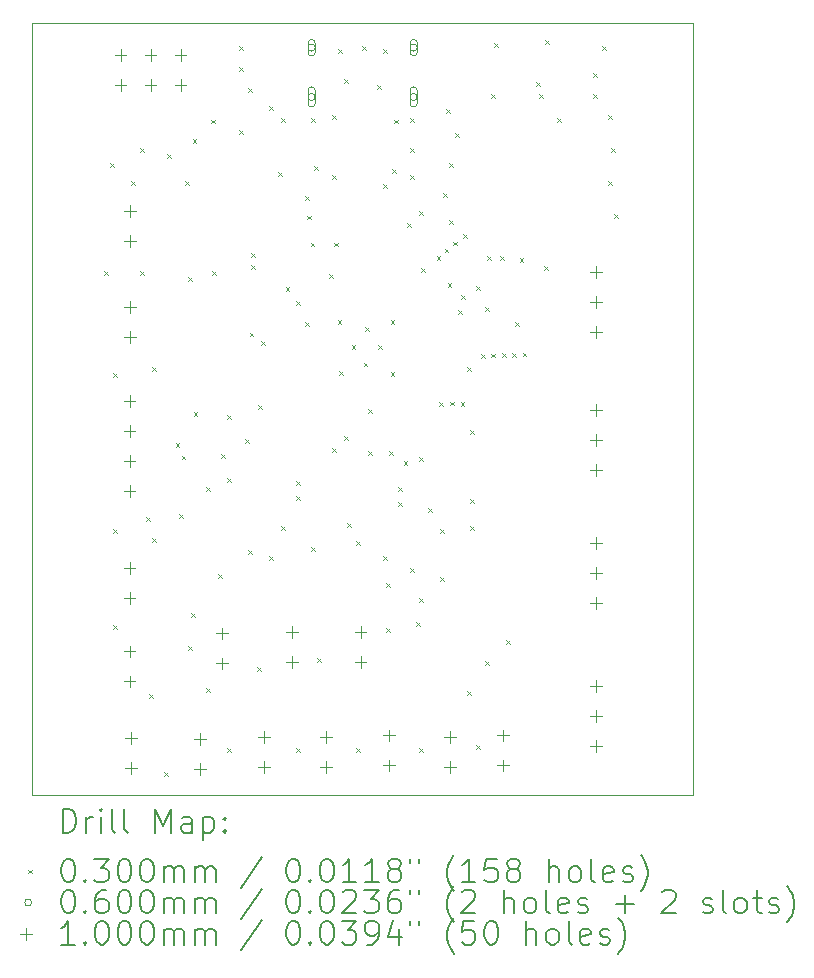
<source format=gbr>
%TF.GenerationSoftware,KiCad,Pcbnew,7.0.11*%
%TF.CreationDate,2024-12-23T17:17:58+01:00*%
%TF.ProjectId,Aviator_Controller,41766961-746f-4725-9f43-6f6e74726f6c,rev?*%
%TF.SameCoordinates,Original*%
%TF.FileFunction,Drillmap*%
%TF.FilePolarity,Positive*%
%FSLAX45Y45*%
G04 Gerber Fmt 4.5, Leading zero omitted, Abs format (unit mm)*
G04 Created by KiCad (PCBNEW 7.0.11) date 2024-12-23 17:17:58*
%MOMM*%
%LPD*%
G01*
G04 APERTURE LIST*
%ADD10C,0.050000*%
%ADD11C,0.010000*%
%ADD12C,0.200000*%
%ADD13C,0.100000*%
G04 APERTURE END LIST*
D10*
X12301600Y-4693920D02*
X17899000Y-4693920D01*
X17899000Y-11231880D01*
X12301600Y-11231880D01*
X12301600Y-4693920D01*
D11*
X15562000Y-4860000D02*
X15562000Y-4940000D01*
X15502000Y-4940000D02*
X15502000Y-4860000D01*
X14698000Y-4860000D02*
X14698000Y-4940000D01*
X14638000Y-4940000D02*
X14638000Y-4860000D01*
X15532000Y-4970000D02*
G75*
G03*
X15562000Y-4940000I0J30000D01*
G01*
X15502000Y-4940000D02*
G75*
G03*
X15532000Y-4970000I30000J0D01*
G01*
X15562000Y-4860000D02*
G75*
G03*
X15532000Y-4830000I-30000J0D01*
G01*
X15532000Y-4830000D02*
G75*
G03*
X15502000Y-4860000I0J-30000D01*
G01*
X14668000Y-4970000D02*
G75*
G03*
X14698000Y-4940000I0J30000D01*
G01*
X14638000Y-4940000D02*
G75*
G03*
X14668000Y-4970000I30000J0D01*
G01*
X14698000Y-4860000D02*
G75*
G03*
X14668000Y-4830000I-30000J0D01*
G01*
X14668000Y-4830000D02*
G75*
G03*
X14638000Y-4860000I0J-30000D01*
G01*
D12*
D13*
X12913600Y-6792200D02*
X12943600Y-6822200D01*
X12943600Y-6792200D02*
X12913600Y-6822200D01*
X12964400Y-5877800D02*
X12994400Y-5907800D01*
X12994400Y-5877800D02*
X12964400Y-5907800D01*
X12989800Y-7655800D02*
X13019800Y-7685800D01*
X13019800Y-7655800D02*
X12989800Y-7685800D01*
X12989800Y-8976600D02*
X13019800Y-9006600D01*
X13019800Y-8976600D02*
X12989800Y-9006600D01*
X12989800Y-9789400D02*
X13019800Y-9819400D01*
X13019800Y-9789400D02*
X12989800Y-9819400D01*
X13142200Y-6030200D02*
X13172200Y-6060200D01*
X13172200Y-6030200D02*
X13142200Y-6060200D01*
X13218400Y-5750800D02*
X13248400Y-5780800D01*
X13248400Y-5750800D02*
X13218400Y-5780800D01*
X13218400Y-6792200D02*
X13248400Y-6822200D01*
X13248400Y-6792200D02*
X13218400Y-6822200D01*
X13269200Y-8875000D02*
X13299200Y-8905000D01*
X13299200Y-8875000D02*
X13269200Y-8905000D01*
X13294600Y-10373600D02*
X13324600Y-10403600D01*
X13324600Y-10373600D02*
X13294600Y-10403600D01*
X13320000Y-7605000D02*
X13350000Y-7635000D01*
X13350000Y-7605000D02*
X13320000Y-7635000D01*
X13320000Y-9052800D02*
X13350000Y-9082800D01*
X13350000Y-9052800D02*
X13320000Y-9082800D01*
X13421600Y-11034000D02*
X13451600Y-11064000D01*
X13451600Y-11034000D02*
X13421600Y-11064000D01*
X13447000Y-5801600D02*
X13477000Y-5831600D01*
X13477000Y-5801600D02*
X13447000Y-5831600D01*
X13518120Y-8250160D02*
X13548120Y-8280160D01*
X13548120Y-8250160D02*
X13518120Y-8280160D01*
X13548600Y-8849600D02*
X13578600Y-8879600D01*
X13578600Y-8849600D02*
X13548600Y-8879600D01*
X13568920Y-8356840D02*
X13598920Y-8386840D01*
X13598920Y-8356840D02*
X13568920Y-8386840D01*
X13599400Y-6030200D02*
X13629400Y-6060200D01*
X13629400Y-6030200D02*
X13599400Y-6060200D01*
X13624800Y-6843000D02*
X13654800Y-6873000D01*
X13654800Y-6843000D02*
X13624800Y-6873000D01*
X13624800Y-9967200D02*
X13654800Y-9997200D01*
X13654800Y-9967200D02*
X13624800Y-9997200D01*
X13650200Y-9687800D02*
X13680200Y-9717800D01*
X13680200Y-9687800D02*
X13650200Y-9717800D01*
X13660360Y-5674600D02*
X13690360Y-5704600D01*
X13690360Y-5674600D02*
X13660360Y-5704600D01*
X13670520Y-7986000D02*
X13700520Y-8016000D01*
X13700520Y-7986000D02*
X13670520Y-8016000D01*
X13777200Y-8621000D02*
X13807200Y-8651000D01*
X13807200Y-8621000D02*
X13777200Y-8651000D01*
X13777200Y-10322800D02*
X13807200Y-10352800D01*
X13807200Y-10322800D02*
X13777200Y-10352800D01*
X13817840Y-5512040D02*
X13847840Y-5542040D01*
X13847840Y-5512040D02*
X13817840Y-5542040D01*
X13828000Y-6792200D02*
X13858000Y-6822200D01*
X13858000Y-6792200D02*
X13828000Y-6822200D01*
X13878800Y-9357600D02*
X13908800Y-9387600D01*
X13908800Y-9357600D02*
X13878800Y-9387600D01*
X13904200Y-8341600D02*
X13934200Y-8371600D01*
X13934200Y-8341600D02*
X13904200Y-8371600D01*
X13955000Y-8011400D02*
X13985000Y-8041400D01*
X13985000Y-8011400D02*
X13955000Y-8041400D01*
X13955000Y-8544800D02*
X13985000Y-8574800D01*
X13985000Y-8544800D02*
X13955000Y-8574800D01*
X13955000Y-10830800D02*
X13985000Y-10860800D01*
X13985000Y-10830800D02*
X13955000Y-10860800D01*
X14056600Y-4887200D02*
X14086600Y-4917200D01*
X14086600Y-4887200D02*
X14056600Y-4917200D01*
X14056600Y-5065000D02*
X14086600Y-5095000D01*
X14086600Y-5065000D02*
X14056600Y-5095000D01*
X14056600Y-5598400D02*
X14086600Y-5628400D01*
X14086600Y-5598400D02*
X14056600Y-5628400D01*
X14107400Y-8214600D02*
X14137400Y-8244600D01*
X14137400Y-8214600D02*
X14107400Y-8244600D01*
X14132800Y-5242800D02*
X14162800Y-5272800D01*
X14162800Y-5242800D02*
X14132800Y-5272800D01*
X14132800Y-9154400D02*
X14162800Y-9184400D01*
X14162800Y-9154400D02*
X14132800Y-9184400D01*
X14142960Y-7315440D02*
X14172960Y-7345440D01*
X14172960Y-7315440D02*
X14142960Y-7345440D01*
X14158200Y-6639800D02*
X14188200Y-6669800D01*
X14188200Y-6639800D02*
X14158200Y-6669800D01*
X14158200Y-6741400D02*
X14188200Y-6771400D01*
X14188200Y-6741400D02*
X14158200Y-6771400D01*
X14209000Y-10145000D02*
X14239000Y-10175000D01*
X14239000Y-10145000D02*
X14209000Y-10175000D01*
X14214080Y-7930120D02*
X14244080Y-7960120D01*
X14244080Y-7930120D02*
X14214080Y-7960120D01*
X14239480Y-7386560D02*
X14269480Y-7416560D01*
X14269480Y-7386560D02*
X14239480Y-7416560D01*
X14310600Y-5395200D02*
X14340600Y-5425200D01*
X14340600Y-5395200D02*
X14310600Y-5425200D01*
X14310600Y-9205200D02*
X14340600Y-9235200D01*
X14340600Y-9205200D02*
X14310600Y-9235200D01*
X14386800Y-5954000D02*
X14416800Y-5984000D01*
X14416800Y-5954000D02*
X14386800Y-5984000D01*
X14412200Y-5496800D02*
X14442200Y-5526800D01*
X14442200Y-5496800D02*
X14412200Y-5526800D01*
X14412200Y-8951200D02*
X14442200Y-8981200D01*
X14442200Y-8951200D02*
X14412200Y-8981200D01*
X14447760Y-6929360D02*
X14477760Y-6959360D01*
X14477760Y-6929360D02*
X14447760Y-6959360D01*
X14539200Y-7046200D02*
X14569200Y-7076200D01*
X14569200Y-7046200D02*
X14539200Y-7076200D01*
X14539200Y-8570200D02*
X14569200Y-8600200D01*
X14569200Y-8570200D02*
X14539200Y-8600200D01*
X14539200Y-8697200D02*
X14569200Y-8727200D01*
X14569200Y-8697200D02*
X14539200Y-8727200D01*
X14539200Y-10830800D02*
X14569200Y-10860800D01*
X14569200Y-10830800D02*
X14539200Y-10860800D01*
X14615400Y-6157200D02*
X14645400Y-6187200D01*
X14645400Y-6157200D02*
X14615400Y-6187200D01*
X14615400Y-7224000D02*
X14645400Y-7254000D01*
X14645400Y-7224000D02*
X14615400Y-7254000D01*
X14630640Y-6324840D02*
X14660640Y-6354840D01*
X14660640Y-6324840D02*
X14630640Y-6354840D01*
X14661215Y-6553535D02*
X14691215Y-6583535D01*
X14691215Y-6553535D02*
X14661215Y-6583535D01*
X14666200Y-5496800D02*
X14696200Y-5526800D01*
X14696200Y-5496800D02*
X14666200Y-5526800D01*
X14666200Y-9129000D02*
X14696200Y-9159000D01*
X14696200Y-9129000D02*
X14666200Y-9159000D01*
X14691600Y-5903200D02*
X14721600Y-5933200D01*
X14721600Y-5903200D02*
X14691600Y-5933200D01*
X14717000Y-10068800D02*
X14747000Y-10098800D01*
X14747000Y-10068800D02*
X14717000Y-10098800D01*
X14818600Y-6817600D02*
X14848600Y-6847600D01*
X14848600Y-6817600D02*
X14818600Y-6847600D01*
X14844000Y-5471400D02*
X14874000Y-5501400D01*
X14874000Y-5471400D02*
X14844000Y-5501400D01*
X14844000Y-5979400D02*
X14874000Y-6009400D01*
X14874000Y-5979400D02*
X14844000Y-6009400D01*
X14844000Y-8290800D02*
X14874000Y-8320800D01*
X14874000Y-8290800D02*
X14844000Y-8320800D01*
X14859240Y-6553440D02*
X14889240Y-6583440D01*
X14889240Y-6553440D02*
X14859240Y-6583440D01*
X14889720Y-7208760D02*
X14919720Y-7238760D01*
X14919720Y-7208760D02*
X14889720Y-7238760D01*
X14894800Y-4912600D02*
X14924800Y-4942600D01*
X14924800Y-4912600D02*
X14894800Y-4942600D01*
X14899880Y-7640560D02*
X14929880Y-7670560D01*
X14929880Y-7640560D02*
X14899880Y-7670560D01*
X14945600Y-5166600D02*
X14975600Y-5196600D01*
X14975600Y-5166600D02*
X14945600Y-5196600D01*
X14945600Y-8189200D02*
X14975600Y-8219200D01*
X14975600Y-8189200D02*
X14945600Y-8219200D01*
X14971000Y-8925800D02*
X15001000Y-8955800D01*
X15001000Y-8925800D02*
X14971000Y-8955800D01*
X15006560Y-7422120D02*
X15036560Y-7452120D01*
X15036560Y-7422120D02*
X15006560Y-7452120D01*
X15047200Y-9078200D02*
X15077200Y-9108200D01*
X15077200Y-9078200D02*
X15047200Y-9108200D01*
X15047200Y-10830800D02*
X15077200Y-10860800D01*
X15077200Y-10830800D02*
X15047200Y-10860800D01*
X15098000Y-4887200D02*
X15128000Y-4917200D01*
X15128000Y-4887200D02*
X15098000Y-4917200D01*
X15108160Y-7569440D02*
X15138160Y-7599440D01*
X15138160Y-7569440D02*
X15108160Y-7599440D01*
X15123400Y-7269720D02*
X15153400Y-7299720D01*
X15153400Y-7269720D02*
X15123400Y-7299720D01*
X15146550Y-7960600D02*
X15176550Y-7990600D01*
X15176550Y-7960600D02*
X15146550Y-7990600D01*
X15148800Y-8316200D02*
X15178800Y-8346200D01*
X15178800Y-8316200D02*
X15148800Y-8346200D01*
X15225000Y-5217400D02*
X15255000Y-5247400D01*
X15255000Y-5217400D02*
X15225000Y-5247400D01*
X15230080Y-7422120D02*
X15260080Y-7452120D01*
X15260080Y-7422120D02*
X15230080Y-7452120D01*
X15275800Y-4912600D02*
X15305800Y-4942600D01*
X15305800Y-4912600D02*
X15275800Y-4942600D01*
X15275800Y-6055600D02*
X15305800Y-6085600D01*
X15305800Y-6055600D02*
X15275800Y-6085600D01*
X15275800Y-9205200D02*
X15305800Y-9235200D01*
X15305800Y-9205200D02*
X15275800Y-9235200D01*
X15301200Y-9433800D02*
X15331200Y-9463800D01*
X15331200Y-9433800D02*
X15301200Y-9463800D01*
X15301200Y-9814800D02*
X15331200Y-9844800D01*
X15331200Y-9814800D02*
X15301200Y-9844800D01*
X15326600Y-8316200D02*
X15356600Y-8346200D01*
X15356600Y-8316200D02*
X15326600Y-8346200D01*
X15336760Y-7208760D02*
X15366760Y-7238760D01*
X15366760Y-7208760D02*
X15336760Y-7238760D01*
X15336760Y-7650720D02*
X15366760Y-7680720D01*
X15366760Y-7650720D02*
X15336760Y-7680720D01*
X15352000Y-5928600D02*
X15382000Y-5958600D01*
X15382000Y-5928600D02*
X15352000Y-5958600D01*
X15369040Y-5512040D02*
X15399040Y-5542040D01*
X15399040Y-5512040D02*
X15369040Y-5542040D01*
X15402800Y-8621000D02*
X15432800Y-8651000D01*
X15432800Y-8621000D02*
X15402800Y-8651000D01*
X15402800Y-8748000D02*
X15432800Y-8778000D01*
X15432800Y-8748000D02*
X15402800Y-8778000D01*
X15448520Y-8402560D02*
X15478520Y-8432560D01*
X15478520Y-8402560D02*
X15448520Y-8432560D01*
X15479000Y-6385800D02*
X15509000Y-6415800D01*
X15509000Y-6385800D02*
X15479000Y-6415800D01*
X15504400Y-5496800D02*
X15534400Y-5526800D01*
X15534400Y-5496800D02*
X15504400Y-5526800D01*
X15504400Y-5750800D02*
X15534400Y-5780800D01*
X15534400Y-5750800D02*
X15504400Y-5780800D01*
X15504400Y-5979400D02*
X15534400Y-6009400D01*
X15534400Y-5979400D02*
X15504400Y-6009400D01*
X15504400Y-9306800D02*
X15534400Y-9336800D01*
X15534400Y-9306800D02*
X15504400Y-9336800D01*
X15555200Y-9764000D02*
X15585200Y-9794000D01*
X15585200Y-9764000D02*
X15555200Y-9794000D01*
X15580600Y-6284200D02*
X15610600Y-6314200D01*
X15610600Y-6284200D02*
X15580600Y-6314200D01*
X15580600Y-8367000D02*
X15610600Y-8397000D01*
X15610600Y-8367000D02*
X15580600Y-8397000D01*
X15580600Y-9560800D02*
X15610600Y-9590800D01*
X15610600Y-9560800D02*
X15580600Y-9590800D01*
X15580600Y-10830800D02*
X15610600Y-10860800D01*
X15610600Y-10830800D02*
X15580600Y-10860800D01*
X15595840Y-6766800D02*
X15625840Y-6796800D01*
X15625840Y-6766800D02*
X15595840Y-6796800D01*
X15656800Y-8798800D02*
X15686800Y-8828800D01*
X15686800Y-8798800D02*
X15656800Y-8828800D01*
X15727920Y-6665200D02*
X15757920Y-6695200D01*
X15757920Y-6665200D02*
X15727920Y-6695200D01*
X15748240Y-7904720D02*
X15778240Y-7934720D01*
X15778240Y-7904720D02*
X15748240Y-7934720D01*
X15758400Y-8976600D02*
X15788400Y-9006600D01*
X15788400Y-8976600D02*
X15758400Y-9006600D01*
X15758400Y-9383000D02*
X15788400Y-9413000D01*
X15788400Y-9383000D02*
X15758400Y-9413000D01*
X15783800Y-6131800D02*
X15813800Y-6161800D01*
X15813800Y-6131800D02*
X15783800Y-6161800D01*
X15793960Y-6604240D02*
X15823960Y-6634240D01*
X15823960Y-6604240D02*
X15793960Y-6634240D01*
X15809200Y-5420600D02*
X15839200Y-5450600D01*
X15839200Y-5420600D02*
X15809200Y-5450600D01*
X15821900Y-6896340D02*
X15851900Y-6926340D01*
X15851900Y-6896340D02*
X15821900Y-6926340D01*
X15834600Y-5877800D02*
X15864600Y-5907800D01*
X15864600Y-5877800D02*
X15834600Y-5907800D01*
X15834600Y-6360400D02*
X15864600Y-6390400D01*
X15864600Y-6360400D02*
X15834600Y-6390400D01*
X15839680Y-7899640D02*
X15869680Y-7929640D01*
X15869680Y-7899640D02*
X15839680Y-7929640D01*
X15865080Y-6543280D02*
X15895080Y-6573280D01*
X15895080Y-6543280D02*
X15865080Y-6573280D01*
X15885400Y-5623800D02*
X15915400Y-5653800D01*
X15915400Y-5623800D02*
X15885400Y-5653800D01*
X15910800Y-7122400D02*
X15940800Y-7152400D01*
X15940800Y-7122400D02*
X15910800Y-7152400D01*
X15931120Y-7904720D02*
X15961120Y-7934720D01*
X15961120Y-7904720D02*
X15931120Y-7934720D01*
X15936200Y-6995400D02*
X15966200Y-7025400D01*
X15966200Y-6995400D02*
X15936200Y-7025400D01*
X15951440Y-6482320D02*
X15981440Y-6512320D01*
X15981440Y-6482320D02*
X15951440Y-6512320D01*
X15987000Y-7605000D02*
X16017000Y-7635000D01*
X16017000Y-7605000D02*
X15987000Y-7635000D01*
X15987000Y-10348200D02*
X16017000Y-10378200D01*
X16017000Y-10348200D02*
X15987000Y-10378200D01*
X16012400Y-8138400D02*
X16042400Y-8168400D01*
X16042400Y-8138400D02*
X16012400Y-8168400D01*
X16012400Y-8722600D02*
X16042400Y-8752600D01*
X16042400Y-8722600D02*
X16012400Y-8752600D01*
X16012400Y-8951200D02*
X16042400Y-8981200D01*
X16042400Y-8951200D02*
X16012400Y-8981200D01*
X16063200Y-6919200D02*
X16093200Y-6949200D01*
X16093200Y-6919200D02*
X16063200Y-6949200D01*
X16063200Y-10805400D02*
X16093200Y-10835400D01*
X16093200Y-10805400D02*
X16063200Y-10835400D01*
X16103840Y-7498320D02*
X16133840Y-7528320D01*
X16133840Y-7498320D02*
X16103840Y-7528320D01*
X16139400Y-7097000D02*
X16169400Y-7127000D01*
X16169400Y-7097000D02*
X16139400Y-7127000D01*
X16139400Y-10094200D02*
X16169400Y-10124200D01*
X16169400Y-10094200D02*
X16139400Y-10124200D01*
X16154640Y-6665200D02*
X16184640Y-6695200D01*
X16184640Y-6665200D02*
X16154640Y-6695200D01*
X16190200Y-5293600D02*
X16220200Y-5323600D01*
X16220200Y-5293600D02*
X16190200Y-5323600D01*
X16190200Y-7493240D02*
X16220200Y-7523240D01*
X16220200Y-7493240D02*
X16190200Y-7523240D01*
X16215600Y-4861800D02*
X16245600Y-4891800D01*
X16245600Y-4861800D02*
X16215600Y-4891800D01*
X16263860Y-6667740D02*
X16293860Y-6697740D01*
X16293860Y-6667740D02*
X16263860Y-6697740D01*
X16281640Y-7488160D02*
X16311640Y-7518160D01*
X16311640Y-7488160D02*
X16281640Y-7518160D01*
X16317200Y-9916400D02*
X16347200Y-9946400D01*
X16347200Y-9916400D02*
X16317200Y-9946400D01*
X16368000Y-7488160D02*
X16398000Y-7518160D01*
X16398000Y-7488160D02*
X16368000Y-7518160D01*
X16393400Y-7224000D02*
X16423400Y-7254000D01*
X16423400Y-7224000D02*
X16393400Y-7254000D01*
X16428960Y-6685520D02*
X16458960Y-6715520D01*
X16458960Y-6685520D02*
X16428960Y-6715520D01*
X16454360Y-7483080D02*
X16484360Y-7513080D01*
X16484360Y-7483080D02*
X16454360Y-7513080D01*
X16571200Y-5192000D02*
X16601200Y-5222000D01*
X16601200Y-5192000D02*
X16571200Y-5222000D01*
X16596600Y-5293600D02*
X16626600Y-5323600D01*
X16626600Y-5293600D02*
X16596600Y-5323600D01*
X16637240Y-6752870D02*
X16667240Y-6782870D01*
X16667240Y-6752870D02*
X16637240Y-6782870D01*
X16647400Y-4836400D02*
X16677400Y-4866400D01*
X16677400Y-4836400D02*
X16647400Y-4866400D01*
X16749000Y-5496800D02*
X16779000Y-5526800D01*
X16779000Y-5496800D02*
X16749000Y-5526800D01*
X17053800Y-5115800D02*
X17083800Y-5145800D01*
X17083800Y-5115800D02*
X17053800Y-5145800D01*
X17053800Y-5293600D02*
X17083800Y-5323600D01*
X17083800Y-5293600D02*
X17053800Y-5323600D01*
X17130000Y-4887200D02*
X17160000Y-4917200D01*
X17160000Y-4887200D02*
X17130000Y-4917200D01*
X17180800Y-5471400D02*
X17210800Y-5501400D01*
X17210800Y-5471400D02*
X17180800Y-5501400D01*
X17180800Y-6030200D02*
X17210800Y-6060200D01*
X17210800Y-6030200D02*
X17180800Y-6060200D01*
X17206200Y-5750800D02*
X17236200Y-5780800D01*
X17236200Y-5750800D02*
X17206200Y-5780800D01*
X17231600Y-6309600D02*
X17261600Y-6339600D01*
X17261600Y-6309600D02*
X17231600Y-6339600D01*
X14698000Y-4900000D02*
G75*
G03*
X14638000Y-4900000I-30000J0D01*
G01*
X14638000Y-4900000D02*
G75*
G03*
X14698000Y-4900000I30000J0D01*
G01*
X14698000Y-5318000D02*
G75*
G03*
X14638000Y-5318000I-30000J0D01*
G01*
X14638000Y-5318000D02*
G75*
G03*
X14698000Y-5318000I30000J0D01*
G01*
X14698000Y-5373000D02*
X14698000Y-5263000D01*
X14698000Y-5263000D02*
G75*
G03*
X14638000Y-5263000I-30000J0D01*
G01*
X14638000Y-5263000D02*
X14638000Y-5373000D01*
X14638000Y-5373000D02*
G75*
G03*
X14698000Y-5373000I30000J0D01*
G01*
X15562000Y-4900000D02*
G75*
G03*
X15502000Y-4900000I-30000J0D01*
G01*
X15502000Y-4900000D02*
G75*
G03*
X15562000Y-4900000I30000J0D01*
G01*
X15562000Y-5318000D02*
G75*
G03*
X15502000Y-5318000I-30000J0D01*
G01*
X15502000Y-5318000D02*
G75*
G03*
X15562000Y-5318000I30000J0D01*
G01*
X15562000Y-5373000D02*
X15562000Y-5263000D01*
X15562000Y-5263000D02*
G75*
G03*
X15502000Y-5263000I-30000J0D01*
G01*
X15502000Y-5263000D02*
X15502000Y-5373000D01*
X15502000Y-5373000D02*
G75*
G03*
X15562000Y-5373000I30000J0D01*
G01*
X13050520Y-4913160D02*
X13050520Y-5013160D01*
X13000520Y-4963160D02*
X13100520Y-4963160D01*
X13050520Y-5167160D02*
X13050520Y-5267160D01*
X13000520Y-5217160D02*
X13100520Y-5217160D01*
X13126720Y-7844320D02*
X13126720Y-7944320D01*
X13076720Y-7894320D02*
X13176720Y-7894320D01*
X13126720Y-8098320D02*
X13126720Y-8198320D01*
X13076720Y-8148320D02*
X13176720Y-8148320D01*
X13126720Y-8352320D02*
X13126720Y-8452320D01*
X13076720Y-8402320D02*
X13176720Y-8402320D01*
X13126720Y-8606320D02*
X13126720Y-8706320D01*
X13076720Y-8656320D02*
X13176720Y-8656320D01*
X13126720Y-9256560D02*
X13126720Y-9356560D01*
X13076720Y-9306560D02*
X13176720Y-9306560D01*
X13126720Y-9510560D02*
X13126720Y-9610560D01*
X13076720Y-9560560D02*
X13176720Y-9560560D01*
X13126720Y-9962680D02*
X13126720Y-10062680D01*
X13076720Y-10012680D02*
X13176720Y-10012680D01*
X13126720Y-10216680D02*
X13126720Y-10316680D01*
X13076720Y-10266680D02*
X13176720Y-10266680D01*
X13131800Y-6233960D02*
X13131800Y-6333960D01*
X13081800Y-6283960D02*
X13181800Y-6283960D01*
X13131800Y-6487960D02*
X13131800Y-6587960D01*
X13081800Y-6537960D02*
X13181800Y-6537960D01*
X13131800Y-7046760D02*
X13131800Y-7146760D01*
X13081800Y-7096760D02*
X13181800Y-7096760D01*
X13131800Y-7300760D02*
X13131800Y-7400760D01*
X13081800Y-7350760D02*
X13181800Y-7350760D01*
X13136880Y-10693700D02*
X13136880Y-10793700D01*
X13086880Y-10743700D02*
X13186880Y-10743700D01*
X13136880Y-10947700D02*
X13136880Y-11047700D01*
X13086880Y-10997700D02*
X13186880Y-10997700D01*
X13304520Y-4913160D02*
X13304520Y-5013160D01*
X13254520Y-4963160D02*
X13354520Y-4963160D01*
X13304520Y-5167160D02*
X13304520Y-5267160D01*
X13254520Y-5217160D02*
X13354520Y-5217160D01*
X13558520Y-4913160D02*
X13558520Y-5013160D01*
X13508520Y-4963160D02*
X13608520Y-4963160D01*
X13558520Y-5167160D02*
X13558520Y-5267160D01*
X13508520Y-5217160D02*
X13608520Y-5217160D01*
X13726160Y-10704360D02*
X13726160Y-10804360D01*
X13676160Y-10754360D02*
X13776160Y-10754360D01*
X13726160Y-10958360D02*
X13726160Y-11058360D01*
X13676160Y-11008360D02*
X13776160Y-11008360D01*
X13909040Y-9809780D02*
X13909040Y-9909780D01*
X13859040Y-9859780D02*
X13959040Y-9859780D01*
X13909040Y-10063780D02*
X13909040Y-10163780D01*
X13859040Y-10113780D02*
X13959040Y-10113780D01*
X14264640Y-10688620D02*
X14264640Y-10788620D01*
X14214640Y-10738620D02*
X14314640Y-10738620D01*
X14264640Y-10942620D02*
X14264640Y-11042620D01*
X14214640Y-10992620D02*
X14314640Y-10992620D01*
X14503400Y-9795040D02*
X14503400Y-9895040D01*
X14453400Y-9845040D02*
X14553400Y-9845040D01*
X14503400Y-10049040D02*
X14503400Y-10149040D01*
X14453400Y-10099040D02*
X14553400Y-10099040D01*
X14787880Y-10689120D02*
X14787880Y-10789120D01*
X14737880Y-10739120D02*
X14837880Y-10739120D01*
X14787880Y-10943120D02*
X14787880Y-11043120D01*
X14737880Y-10993120D02*
X14837880Y-10993120D01*
X15082520Y-9794540D02*
X15082520Y-9894540D01*
X15032520Y-9844540D02*
X15132520Y-9844540D01*
X15082520Y-10048540D02*
X15082520Y-10148540D01*
X15032520Y-10098540D02*
X15132520Y-10098540D01*
X15326360Y-10673380D02*
X15326360Y-10773380D01*
X15276360Y-10723380D02*
X15376360Y-10723380D01*
X15326360Y-10927380D02*
X15326360Y-11027380D01*
X15276360Y-10977380D02*
X15376360Y-10977380D01*
X15839440Y-10688620D02*
X15839440Y-10788620D01*
X15789440Y-10738620D02*
X15889440Y-10738620D01*
X15839440Y-10942620D02*
X15839440Y-11042620D01*
X15789440Y-10992620D02*
X15889440Y-10992620D01*
X16291560Y-10673880D02*
X16291560Y-10773880D01*
X16241560Y-10723880D02*
X16341560Y-10723880D01*
X16291560Y-10927880D02*
X16291560Y-11027880D01*
X16241560Y-10977880D02*
X16341560Y-10977880D01*
X17073880Y-6752120D02*
X17073880Y-6852120D01*
X17023880Y-6802120D02*
X17123880Y-6802120D01*
X17073880Y-7006120D02*
X17073880Y-7106120D01*
X17023880Y-7056120D02*
X17123880Y-7056120D01*
X17073880Y-7260120D02*
X17073880Y-7360120D01*
X17023880Y-7310120D02*
X17123880Y-7310120D01*
X17073880Y-7920520D02*
X17073880Y-8020520D01*
X17023880Y-7970520D02*
X17123880Y-7970520D01*
X17073880Y-8174520D02*
X17073880Y-8274520D01*
X17023880Y-8224520D02*
X17123880Y-8224520D01*
X17073880Y-8428520D02*
X17073880Y-8528520D01*
X17023880Y-8478520D02*
X17123880Y-8478520D01*
X17073880Y-9043200D02*
X17073880Y-9143200D01*
X17023880Y-9093200D02*
X17123880Y-9093200D01*
X17073880Y-9297200D02*
X17073880Y-9397200D01*
X17023880Y-9347200D02*
X17123880Y-9347200D01*
X17073880Y-9551200D02*
X17073880Y-9651200D01*
X17023880Y-9601200D02*
X17123880Y-9601200D01*
X17078960Y-10255820D02*
X17078960Y-10355820D01*
X17028960Y-10305820D02*
X17128960Y-10305820D01*
X17078960Y-10509820D02*
X17078960Y-10609820D01*
X17028960Y-10559820D02*
X17128960Y-10559820D01*
X17078960Y-10763820D02*
X17078960Y-10863820D01*
X17028960Y-10813820D02*
X17128960Y-10813820D01*
D12*
X12559877Y-11545864D02*
X12559877Y-11345864D01*
X12559877Y-11345864D02*
X12607496Y-11345864D01*
X12607496Y-11345864D02*
X12636067Y-11355388D01*
X12636067Y-11355388D02*
X12655115Y-11374435D01*
X12655115Y-11374435D02*
X12664639Y-11393483D01*
X12664639Y-11393483D02*
X12674162Y-11431578D01*
X12674162Y-11431578D02*
X12674162Y-11460149D01*
X12674162Y-11460149D02*
X12664639Y-11498245D01*
X12664639Y-11498245D02*
X12655115Y-11517292D01*
X12655115Y-11517292D02*
X12636067Y-11536340D01*
X12636067Y-11536340D02*
X12607496Y-11545864D01*
X12607496Y-11545864D02*
X12559877Y-11545864D01*
X12759877Y-11545864D02*
X12759877Y-11412530D01*
X12759877Y-11450626D02*
X12769401Y-11431578D01*
X12769401Y-11431578D02*
X12778924Y-11422054D01*
X12778924Y-11422054D02*
X12797972Y-11412530D01*
X12797972Y-11412530D02*
X12817020Y-11412530D01*
X12883686Y-11545864D02*
X12883686Y-11412530D01*
X12883686Y-11345864D02*
X12874162Y-11355388D01*
X12874162Y-11355388D02*
X12883686Y-11364911D01*
X12883686Y-11364911D02*
X12893210Y-11355388D01*
X12893210Y-11355388D02*
X12883686Y-11345864D01*
X12883686Y-11345864D02*
X12883686Y-11364911D01*
X13007496Y-11545864D02*
X12988448Y-11536340D01*
X12988448Y-11536340D02*
X12978924Y-11517292D01*
X12978924Y-11517292D02*
X12978924Y-11345864D01*
X13112258Y-11545864D02*
X13093210Y-11536340D01*
X13093210Y-11536340D02*
X13083686Y-11517292D01*
X13083686Y-11517292D02*
X13083686Y-11345864D01*
X13340829Y-11545864D02*
X13340829Y-11345864D01*
X13340829Y-11345864D02*
X13407496Y-11488721D01*
X13407496Y-11488721D02*
X13474162Y-11345864D01*
X13474162Y-11345864D02*
X13474162Y-11545864D01*
X13655115Y-11545864D02*
X13655115Y-11441102D01*
X13655115Y-11441102D02*
X13645591Y-11422054D01*
X13645591Y-11422054D02*
X13626543Y-11412530D01*
X13626543Y-11412530D02*
X13588448Y-11412530D01*
X13588448Y-11412530D02*
X13569401Y-11422054D01*
X13655115Y-11536340D02*
X13636067Y-11545864D01*
X13636067Y-11545864D02*
X13588448Y-11545864D01*
X13588448Y-11545864D02*
X13569401Y-11536340D01*
X13569401Y-11536340D02*
X13559877Y-11517292D01*
X13559877Y-11517292D02*
X13559877Y-11498245D01*
X13559877Y-11498245D02*
X13569401Y-11479197D01*
X13569401Y-11479197D02*
X13588448Y-11469673D01*
X13588448Y-11469673D02*
X13636067Y-11469673D01*
X13636067Y-11469673D02*
X13655115Y-11460149D01*
X13750353Y-11412530D02*
X13750353Y-11612530D01*
X13750353Y-11422054D02*
X13769401Y-11412530D01*
X13769401Y-11412530D02*
X13807496Y-11412530D01*
X13807496Y-11412530D02*
X13826543Y-11422054D01*
X13826543Y-11422054D02*
X13836067Y-11431578D01*
X13836067Y-11431578D02*
X13845591Y-11450626D01*
X13845591Y-11450626D02*
X13845591Y-11507768D01*
X13845591Y-11507768D02*
X13836067Y-11526816D01*
X13836067Y-11526816D02*
X13826543Y-11536340D01*
X13826543Y-11536340D02*
X13807496Y-11545864D01*
X13807496Y-11545864D02*
X13769401Y-11545864D01*
X13769401Y-11545864D02*
X13750353Y-11536340D01*
X13931305Y-11526816D02*
X13940829Y-11536340D01*
X13940829Y-11536340D02*
X13931305Y-11545864D01*
X13931305Y-11545864D02*
X13921782Y-11536340D01*
X13921782Y-11536340D02*
X13931305Y-11526816D01*
X13931305Y-11526816D02*
X13931305Y-11545864D01*
X13931305Y-11422054D02*
X13940829Y-11431578D01*
X13940829Y-11431578D02*
X13931305Y-11441102D01*
X13931305Y-11441102D02*
X13921782Y-11431578D01*
X13921782Y-11431578D02*
X13931305Y-11422054D01*
X13931305Y-11422054D02*
X13931305Y-11441102D01*
D13*
X12269100Y-11859380D02*
X12299100Y-11889380D01*
X12299100Y-11859380D02*
X12269100Y-11889380D01*
D12*
X12597972Y-11765864D02*
X12617020Y-11765864D01*
X12617020Y-11765864D02*
X12636067Y-11775388D01*
X12636067Y-11775388D02*
X12645591Y-11784911D01*
X12645591Y-11784911D02*
X12655115Y-11803959D01*
X12655115Y-11803959D02*
X12664639Y-11842054D01*
X12664639Y-11842054D02*
X12664639Y-11889673D01*
X12664639Y-11889673D02*
X12655115Y-11927768D01*
X12655115Y-11927768D02*
X12645591Y-11946816D01*
X12645591Y-11946816D02*
X12636067Y-11956340D01*
X12636067Y-11956340D02*
X12617020Y-11965864D01*
X12617020Y-11965864D02*
X12597972Y-11965864D01*
X12597972Y-11965864D02*
X12578924Y-11956340D01*
X12578924Y-11956340D02*
X12569401Y-11946816D01*
X12569401Y-11946816D02*
X12559877Y-11927768D01*
X12559877Y-11927768D02*
X12550353Y-11889673D01*
X12550353Y-11889673D02*
X12550353Y-11842054D01*
X12550353Y-11842054D02*
X12559877Y-11803959D01*
X12559877Y-11803959D02*
X12569401Y-11784911D01*
X12569401Y-11784911D02*
X12578924Y-11775388D01*
X12578924Y-11775388D02*
X12597972Y-11765864D01*
X12750353Y-11946816D02*
X12759877Y-11956340D01*
X12759877Y-11956340D02*
X12750353Y-11965864D01*
X12750353Y-11965864D02*
X12740829Y-11956340D01*
X12740829Y-11956340D02*
X12750353Y-11946816D01*
X12750353Y-11946816D02*
X12750353Y-11965864D01*
X12826543Y-11765864D02*
X12950353Y-11765864D01*
X12950353Y-11765864D02*
X12883686Y-11842054D01*
X12883686Y-11842054D02*
X12912258Y-11842054D01*
X12912258Y-11842054D02*
X12931305Y-11851578D01*
X12931305Y-11851578D02*
X12940829Y-11861102D01*
X12940829Y-11861102D02*
X12950353Y-11880149D01*
X12950353Y-11880149D02*
X12950353Y-11927768D01*
X12950353Y-11927768D02*
X12940829Y-11946816D01*
X12940829Y-11946816D02*
X12931305Y-11956340D01*
X12931305Y-11956340D02*
X12912258Y-11965864D01*
X12912258Y-11965864D02*
X12855115Y-11965864D01*
X12855115Y-11965864D02*
X12836067Y-11956340D01*
X12836067Y-11956340D02*
X12826543Y-11946816D01*
X13074162Y-11765864D02*
X13093210Y-11765864D01*
X13093210Y-11765864D02*
X13112258Y-11775388D01*
X13112258Y-11775388D02*
X13121782Y-11784911D01*
X13121782Y-11784911D02*
X13131305Y-11803959D01*
X13131305Y-11803959D02*
X13140829Y-11842054D01*
X13140829Y-11842054D02*
X13140829Y-11889673D01*
X13140829Y-11889673D02*
X13131305Y-11927768D01*
X13131305Y-11927768D02*
X13121782Y-11946816D01*
X13121782Y-11946816D02*
X13112258Y-11956340D01*
X13112258Y-11956340D02*
X13093210Y-11965864D01*
X13093210Y-11965864D02*
X13074162Y-11965864D01*
X13074162Y-11965864D02*
X13055115Y-11956340D01*
X13055115Y-11956340D02*
X13045591Y-11946816D01*
X13045591Y-11946816D02*
X13036067Y-11927768D01*
X13036067Y-11927768D02*
X13026543Y-11889673D01*
X13026543Y-11889673D02*
X13026543Y-11842054D01*
X13026543Y-11842054D02*
X13036067Y-11803959D01*
X13036067Y-11803959D02*
X13045591Y-11784911D01*
X13045591Y-11784911D02*
X13055115Y-11775388D01*
X13055115Y-11775388D02*
X13074162Y-11765864D01*
X13264639Y-11765864D02*
X13283686Y-11765864D01*
X13283686Y-11765864D02*
X13302734Y-11775388D01*
X13302734Y-11775388D02*
X13312258Y-11784911D01*
X13312258Y-11784911D02*
X13321782Y-11803959D01*
X13321782Y-11803959D02*
X13331305Y-11842054D01*
X13331305Y-11842054D02*
X13331305Y-11889673D01*
X13331305Y-11889673D02*
X13321782Y-11927768D01*
X13321782Y-11927768D02*
X13312258Y-11946816D01*
X13312258Y-11946816D02*
X13302734Y-11956340D01*
X13302734Y-11956340D02*
X13283686Y-11965864D01*
X13283686Y-11965864D02*
X13264639Y-11965864D01*
X13264639Y-11965864D02*
X13245591Y-11956340D01*
X13245591Y-11956340D02*
X13236067Y-11946816D01*
X13236067Y-11946816D02*
X13226543Y-11927768D01*
X13226543Y-11927768D02*
X13217020Y-11889673D01*
X13217020Y-11889673D02*
X13217020Y-11842054D01*
X13217020Y-11842054D02*
X13226543Y-11803959D01*
X13226543Y-11803959D02*
X13236067Y-11784911D01*
X13236067Y-11784911D02*
X13245591Y-11775388D01*
X13245591Y-11775388D02*
X13264639Y-11765864D01*
X13417020Y-11965864D02*
X13417020Y-11832530D01*
X13417020Y-11851578D02*
X13426543Y-11842054D01*
X13426543Y-11842054D02*
X13445591Y-11832530D01*
X13445591Y-11832530D02*
X13474163Y-11832530D01*
X13474163Y-11832530D02*
X13493210Y-11842054D01*
X13493210Y-11842054D02*
X13502734Y-11861102D01*
X13502734Y-11861102D02*
X13502734Y-11965864D01*
X13502734Y-11861102D02*
X13512258Y-11842054D01*
X13512258Y-11842054D02*
X13531305Y-11832530D01*
X13531305Y-11832530D02*
X13559877Y-11832530D01*
X13559877Y-11832530D02*
X13578924Y-11842054D01*
X13578924Y-11842054D02*
X13588448Y-11861102D01*
X13588448Y-11861102D02*
X13588448Y-11965864D01*
X13683686Y-11965864D02*
X13683686Y-11832530D01*
X13683686Y-11851578D02*
X13693210Y-11842054D01*
X13693210Y-11842054D02*
X13712258Y-11832530D01*
X13712258Y-11832530D02*
X13740829Y-11832530D01*
X13740829Y-11832530D02*
X13759877Y-11842054D01*
X13759877Y-11842054D02*
X13769401Y-11861102D01*
X13769401Y-11861102D02*
X13769401Y-11965864D01*
X13769401Y-11861102D02*
X13778924Y-11842054D01*
X13778924Y-11842054D02*
X13797972Y-11832530D01*
X13797972Y-11832530D02*
X13826543Y-11832530D01*
X13826543Y-11832530D02*
X13845591Y-11842054D01*
X13845591Y-11842054D02*
X13855115Y-11861102D01*
X13855115Y-11861102D02*
X13855115Y-11965864D01*
X14245591Y-11756340D02*
X14074163Y-12013483D01*
X14502734Y-11765864D02*
X14521782Y-11765864D01*
X14521782Y-11765864D02*
X14540829Y-11775388D01*
X14540829Y-11775388D02*
X14550353Y-11784911D01*
X14550353Y-11784911D02*
X14559877Y-11803959D01*
X14559877Y-11803959D02*
X14569401Y-11842054D01*
X14569401Y-11842054D02*
X14569401Y-11889673D01*
X14569401Y-11889673D02*
X14559877Y-11927768D01*
X14559877Y-11927768D02*
X14550353Y-11946816D01*
X14550353Y-11946816D02*
X14540829Y-11956340D01*
X14540829Y-11956340D02*
X14521782Y-11965864D01*
X14521782Y-11965864D02*
X14502734Y-11965864D01*
X14502734Y-11965864D02*
X14483686Y-11956340D01*
X14483686Y-11956340D02*
X14474163Y-11946816D01*
X14474163Y-11946816D02*
X14464639Y-11927768D01*
X14464639Y-11927768D02*
X14455115Y-11889673D01*
X14455115Y-11889673D02*
X14455115Y-11842054D01*
X14455115Y-11842054D02*
X14464639Y-11803959D01*
X14464639Y-11803959D02*
X14474163Y-11784911D01*
X14474163Y-11784911D02*
X14483686Y-11775388D01*
X14483686Y-11775388D02*
X14502734Y-11765864D01*
X14655115Y-11946816D02*
X14664639Y-11956340D01*
X14664639Y-11956340D02*
X14655115Y-11965864D01*
X14655115Y-11965864D02*
X14645591Y-11956340D01*
X14645591Y-11956340D02*
X14655115Y-11946816D01*
X14655115Y-11946816D02*
X14655115Y-11965864D01*
X14788448Y-11765864D02*
X14807496Y-11765864D01*
X14807496Y-11765864D02*
X14826544Y-11775388D01*
X14826544Y-11775388D02*
X14836067Y-11784911D01*
X14836067Y-11784911D02*
X14845591Y-11803959D01*
X14845591Y-11803959D02*
X14855115Y-11842054D01*
X14855115Y-11842054D02*
X14855115Y-11889673D01*
X14855115Y-11889673D02*
X14845591Y-11927768D01*
X14845591Y-11927768D02*
X14836067Y-11946816D01*
X14836067Y-11946816D02*
X14826544Y-11956340D01*
X14826544Y-11956340D02*
X14807496Y-11965864D01*
X14807496Y-11965864D02*
X14788448Y-11965864D01*
X14788448Y-11965864D02*
X14769401Y-11956340D01*
X14769401Y-11956340D02*
X14759877Y-11946816D01*
X14759877Y-11946816D02*
X14750353Y-11927768D01*
X14750353Y-11927768D02*
X14740829Y-11889673D01*
X14740829Y-11889673D02*
X14740829Y-11842054D01*
X14740829Y-11842054D02*
X14750353Y-11803959D01*
X14750353Y-11803959D02*
X14759877Y-11784911D01*
X14759877Y-11784911D02*
X14769401Y-11775388D01*
X14769401Y-11775388D02*
X14788448Y-11765864D01*
X15045591Y-11965864D02*
X14931306Y-11965864D01*
X14988448Y-11965864D02*
X14988448Y-11765864D01*
X14988448Y-11765864D02*
X14969401Y-11794435D01*
X14969401Y-11794435D02*
X14950353Y-11813483D01*
X14950353Y-11813483D02*
X14931306Y-11823007D01*
X15236067Y-11965864D02*
X15121782Y-11965864D01*
X15178925Y-11965864D02*
X15178925Y-11765864D01*
X15178925Y-11765864D02*
X15159877Y-11794435D01*
X15159877Y-11794435D02*
X15140829Y-11813483D01*
X15140829Y-11813483D02*
X15121782Y-11823007D01*
X15350353Y-11851578D02*
X15331306Y-11842054D01*
X15331306Y-11842054D02*
X15321782Y-11832530D01*
X15321782Y-11832530D02*
X15312258Y-11813483D01*
X15312258Y-11813483D02*
X15312258Y-11803959D01*
X15312258Y-11803959D02*
X15321782Y-11784911D01*
X15321782Y-11784911D02*
X15331306Y-11775388D01*
X15331306Y-11775388D02*
X15350353Y-11765864D01*
X15350353Y-11765864D02*
X15388448Y-11765864D01*
X15388448Y-11765864D02*
X15407496Y-11775388D01*
X15407496Y-11775388D02*
X15417020Y-11784911D01*
X15417020Y-11784911D02*
X15426544Y-11803959D01*
X15426544Y-11803959D02*
X15426544Y-11813483D01*
X15426544Y-11813483D02*
X15417020Y-11832530D01*
X15417020Y-11832530D02*
X15407496Y-11842054D01*
X15407496Y-11842054D02*
X15388448Y-11851578D01*
X15388448Y-11851578D02*
X15350353Y-11851578D01*
X15350353Y-11851578D02*
X15331306Y-11861102D01*
X15331306Y-11861102D02*
X15321782Y-11870626D01*
X15321782Y-11870626D02*
X15312258Y-11889673D01*
X15312258Y-11889673D02*
X15312258Y-11927768D01*
X15312258Y-11927768D02*
X15321782Y-11946816D01*
X15321782Y-11946816D02*
X15331306Y-11956340D01*
X15331306Y-11956340D02*
X15350353Y-11965864D01*
X15350353Y-11965864D02*
X15388448Y-11965864D01*
X15388448Y-11965864D02*
X15407496Y-11956340D01*
X15407496Y-11956340D02*
X15417020Y-11946816D01*
X15417020Y-11946816D02*
X15426544Y-11927768D01*
X15426544Y-11927768D02*
X15426544Y-11889673D01*
X15426544Y-11889673D02*
X15417020Y-11870626D01*
X15417020Y-11870626D02*
X15407496Y-11861102D01*
X15407496Y-11861102D02*
X15388448Y-11851578D01*
X15502734Y-11765864D02*
X15502734Y-11803959D01*
X15578925Y-11765864D02*
X15578925Y-11803959D01*
X15874163Y-12042054D02*
X15864639Y-12032530D01*
X15864639Y-12032530D02*
X15845591Y-12003959D01*
X15845591Y-12003959D02*
X15836068Y-11984911D01*
X15836068Y-11984911D02*
X15826544Y-11956340D01*
X15826544Y-11956340D02*
X15817020Y-11908721D01*
X15817020Y-11908721D02*
X15817020Y-11870626D01*
X15817020Y-11870626D02*
X15826544Y-11823007D01*
X15826544Y-11823007D02*
X15836068Y-11794435D01*
X15836068Y-11794435D02*
X15845591Y-11775388D01*
X15845591Y-11775388D02*
X15864639Y-11746816D01*
X15864639Y-11746816D02*
X15874163Y-11737292D01*
X16055115Y-11965864D02*
X15940829Y-11965864D01*
X15997972Y-11965864D02*
X15997972Y-11765864D01*
X15997972Y-11765864D02*
X15978925Y-11794435D01*
X15978925Y-11794435D02*
X15959877Y-11813483D01*
X15959877Y-11813483D02*
X15940829Y-11823007D01*
X16236068Y-11765864D02*
X16140829Y-11765864D01*
X16140829Y-11765864D02*
X16131306Y-11861102D01*
X16131306Y-11861102D02*
X16140829Y-11851578D01*
X16140829Y-11851578D02*
X16159877Y-11842054D01*
X16159877Y-11842054D02*
X16207496Y-11842054D01*
X16207496Y-11842054D02*
X16226544Y-11851578D01*
X16226544Y-11851578D02*
X16236068Y-11861102D01*
X16236068Y-11861102D02*
X16245591Y-11880149D01*
X16245591Y-11880149D02*
X16245591Y-11927768D01*
X16245591Y-11927768D02*
X16236068Y-11946816D01*
X16236068Y-11946816D02*
X16226544Y-11956340D01*
X16226544Y-11956340D02*
X16207496Y-11965864D01*
X16207496Y-11965864D02*
X16159877Y-11965864D01*
X16159877Y-11965864D02*
X16140829Y-11956340D01*
X16140829Y-11956340D02*
X16131306Y-11946816D01*
X16359877Y-11851578D02*
X16340829Y-11842054D01*
X16340829Y-11842054D02*
X16331306Y-11832530D01*
X16331306Y-11832530D02*
X16321782Y-11813483D01*
X16321782Y-11813483D02*
X16321782Y-11803959D01*
X16321782Y-11803959D02*
X16331306Y-11784911D01*
X16331306Y-11784911D02*
X16340829Y-11775388D01*
X16340829Y-11775388D02*
X16359877Y-11765864D01*
X16359877Y-11765864D02*
X16397972Y-11765864D01*
X16397972Y-11765864D02*
X16417020Y-11775388D01*
X16417020Y-11775388D02*
X16426544Y-11784911D01*
X16426544Y-11784911D02*
X16436068Y-11803959D01*
X16436068Y-11803959D02*
X16436068Y-11813483D01*
X16436068Y-11813483D02*
X16426544Y-11832530D01*
X16426544Y-11832530D02*
X16417020Y-11842054D01*
X16417020Y-11842054D02*
X16397972Y-11851578D01*
X16397972Y-11851578D02*
X16359877Y-11851578D01*
X16359877Y-11851578D02*
X16340829Y-11861102D01*
X16340829Y-11861102D02*
X16331306Y-11870626D01*
X16331306Y-11870626D02*
X16321782Y-11889673D01*
X16321782Y-11889673D02*
X16321782Y-11927768D01*
X16321782Y-11927768D02*
X16331306Y-11946816D01*
X16331306Y-11946816D02*
X16340829Y-11956340D01*
X16340829Y-11956340D02*
X16359877Y-11965864D01*
X16359877Y-11965864D02*
X16397972Y-11965864D01*
X16397972Y-11965864D02*
X16417020Y-11956340D01*
X16417020Y-11956340D02*
X16426544Y-11946816D01*
X16426544Y-11946816D02*
X16436068Y-11927768D01*
X16436068Y-11927768D02*
X16436068Y-11889673D01*
X16436068Y-11889673D02*
X16426544Y-11870626D01*
X16426544Y-11870626D02*
X16417020Y-11861102D01*
X16417020Y-11861102D02*
X16397972Y-11851578D01*
X16674163Y-11965864D02*
X16674163Y-11765864D01*
X16759877Y-11965864D02*
X16759877Y-11861102D01*
X16759877Y-11861102D02*
X16750353Y-11842054D01*
X16750353Y-11842054D02*
X16731306Y-11832530D01*
X16731306Y-11832530D02*
X16702734Y-11832530D01*
X16702734Y-11832530D02*
X16683687Y-11842054D01*
X16683687Y-11842054D02*
X16674163Y-11851578D01*
X16883687Y-11965864D02*
X16864639Y-11956340D01*
X16864639Y-11956340D02*
X16855115Y-11946816D01*
X16855115Y-11946816D02*
X16845592Y-11927768D01*
X16845592Y-11927768D02*
X16845592Y-11870626D01*
X16845592Y-11870626D02*
X16855115Y-11851578D01*
X16855115Y-11851578D02*
X16864639Y-11842054D01*
X16864639Y-11842054D02*
X16883687Y-11832530D01*
X16883687Y-11832530D02*
X16912258Y-11832530D01*
X16912258Y-11832530D02*
X16931306Y-11842054D01*
X16931306Y-11842054D02*
X16940830Y-11851578D01*
X16940830Y-11851578D02*
X16950353Y-11870626D01*
X16950353Y-11870626D02*
X16950353Y-11927768D01*
X16950353Y-11927768D02*
X16940830Y-11946816D01*
X16940830Y-11946816D02*
X16931306Y-11956340D01*
X16931306Y-11956340D02*
X16912258Y-11965864D01*
X16912258Y-11965864D02*
X16883687Y-11965864D01*
X17064639Y-11965864D02*
X17045592Y-11956340D01*
X17045592Y-11956340D02*
X17036068Y-11937292D01*
X17036068Y-11937292D02*
X17036068Y-11765864D01*
X17217020Y-11956340D02*
X17197973Y-11965864D01*
X17197973Y-11965864D02*
X17159877Y-11965864D01*
X17159877Y-11965864D02*
X17140830Y-11956340D01*
X17140830Y-11956340D02*
X17131306Y-11937292D01*
X17131306Y-11937292D02*
X17131306Y-11861102D01*
X17131306Y-11861102D02*
X17140830Y-11842054D01*
X17140830Y-11842054D02*
X17159877Y-11832530D01*
X17159877Y-11832530D02*
X17197973Y-11832530D01*
X17197973Y-11832530D02*
X17217020Y-11842054D01*
X17217020Y-11842054D02*
X17226544Y-11861102D01*
X17226544Y-11861102D02*
X17226544Y-11880149D01*
X17226544Y-11880149D02*
X17131306Y-11899197D01*
X17302734Y-11956340D02*
X17321782Y-11965864D01*
X17321782Y-11965864D02*
X17359877Y-11965864D01*
X17359877Y-11965864D02*
X17378925Y-11956340D01*
X17378925Y-11956340D02*
X17388449Y-11937292D01*
X17388449Y-11937292D02*
X17388449Y-11927768D01*
X17388449Y-11927768D02*
X17378925Y-11908721D01*
X17378925Y-11908721D02*
X17359877Y-11899197D01*
X17359877Y-11899197D02*
X17331306Y-11899197D01*
X17331306Y-11899197D02*
X17312258Y-11889673D01*
X17312258Y-11889673D02*
X17302734Y-11870626D01*
X17302734Y-11870626D02*
X17302734Y-11861102D01*
X17302734Y-11861102D02*
X17312258Y-11842054D01*
X17312258Y-11842054D02*
X17331306Y-11832530D01*
X17331306Y-11832530D02*
X17359877Y-11832530D01*
X17359877Y-11832530D02*
X17378925Y-11842054D01*
X17455115Y-12042054D02*
X17464639Y-12032530D01*
X17464639Y-12032530D02*
X17483687Y-12003959D01*
X17483687Y-12003959D02*
X17493211Y-11984911D01*
X17493211Y-11984911D02*
X17502734Y-11956340D01*
X17502734Y-11956340D02*
X17512258Y-11908721D01*
X17512258Y-11908721D02*
X17512258Y-11870626D01*
X17512258Y-11870626D02*
X17502734Y-11823007D01*
X17502734Y-11823007D02*
X17493211Y-11794435D01*
X17493211Y-11794435D02*
X17483687Y-11775388D01*
X17483687Y-11775388D02*
X17464639Y-11746816D01*
X17464639Y-11746816D02*
X17455115Y-11737292D01*
D13*
X12299100Y-12138380D02*
G75*
G03*
X12239100Y-12138380I-30000J0D01*
G01*
X12239100Y-12138380D02*
G75*
G03*
X12299100Y-12138380I30000J0D01*
G01*
D12*
X12597972Y-12029864D02*
X12617020Y-12029864D01*
X12617020Y-12029864D02*
X12636067Y-12039388D01*
X12636067Y-12039388D02*
X12645591Y-12048911D01*
X12645591Y-12048911D02*
X12655115Y-12067959D01*
X12655115Y-12067959D02*
X12664639Y-12106054D01*
X12664639Y-12106054D02*
X12664639Y-12153673D01*
X12664639Y-12153673D02*
X12655115Y-12191768D01*
X12655115Y-12191768D02*
X12645591Y-12210816D01*
X12645591Y-12210816D02*
X12636067Y-12220340D01*
X12636067Y-12220340D02*
X12617020Y-12229864D01*
X12617020Y-12229864D02*
X12597972Y-12229864D01*
X12597972Y-12229864D02*
X12578924Y-12220340D01*
X12578924Y-12220340D02*
X12569401Y-12210816D01*
X12569401Y-12210816D02*
X12559877Y-12191768D01*
X12559877Y-12191768D02*
X12550353Y-12153673D01*
X12550353Y-12153673D02*
X12550353Y-12106054D01*
X12550353Y-12106054D02*
X12559877Y-12067959D01*
X12559877Y-12067959D02*
X12569401Y-12048911D01*
X12569401Y-12048911D02*
X12578924Y-12039388D01*
X12578924Y-12039388D02*
X12597972Y-12029864D01*
X12750353Y-12210816D02*
X12759877Y-12220340D01*
X12759877Y-12220340D02*
X12750353Y-12229864D01*
X12750353Y-12229864D02*
X12740829Y-12220340D01*
X12740829Y-12220340D02*
X12750353Y-12210816D01*
X12750353Y-12210816D02*
X12750353Y-12229864D01*
X12931305Y-12029864D02*
X12893210Y-12029864D01*
X12893210Y-12029864D02*
X12874162Y-12039388D01*
X12874162Y-12039388D02*
X12864639Y-12048911D01*
X12864639Y-12048911D02*
X12845591Y-12077483D01*
X12845591Y-12077483D02*
X12836067Y-12115578D01*
X12836067Y-12115578D02*
X12836067Y-12191768D01*
X12836067Y-12191768D02*
X12845591Y-12210816D01*
X12845591Y-12210816D02*
X12855115Y-12220340D01*
X12855115Y-12220340D02*
X12874162Y-12229864D01*
X12874162Y-12229864D02*
X12912258Y-12229864D01*
X12912258Y-12229864D02*
X12931305Y-12220340D01*
X12931305Y-12220340D02*
X12940829Y-12210816D01*
X12940829Y-12210816D02*
X12950353Y-12191768D01*
X12950353Y-12191768D02*
X12950353Y-12144149D01*
X12950353Y-12144149D02*
X12940829Y-12125102D01*
X12940829Y-12125102D02*
X12931305Y-12115578D01*
X12931305Y-12115578D02*
X12912258Y-12106054D01*
X12912258Y-12106054D02*
X12874162Y-12106054D01*
X12874162Y-12106054D02*
X12855115Y-12115578D01*
X12855115Y-12115578D02*
X12845591Y-12125102D01*
X12845591Y-12125102D02*
X12836067Y-12144149D01*
X13074162Y-12029864D02*
X13093210Y-12029864D01*
X13093210Y-12029864D02*
X13112258Y-12039388D01*
X13112258Y-12039388D02*
X13121782Y-12048911D01*
X13121782Y-12048911D02*
X13131305Y-12067959D01*
X13131305Y-12067959D02*
X13140829Y-12106054D01*
X13140829Y-12106054D02*
X13140829Y-12153673D01*
X13140829Y-12153673D02*
X13131305Y-12191768D01*
X13131305Y-12191768D02*
X13121782Y-12210816D01*
X13121782Y-12210816D02*
X13112258Y-12220340D01*
X13112258Y-12220340D02*
X13093210Y-12229864D01*
X13093210Y-12229864D02*
X13074162Y-12229864D01*
X13074162Y-12229864D02*
X13055115Y-12220340D01*
X13055115Y-12220340D02*
X13045591Y-12210816D01*
X13045591Y-12210816D02*
X13036067Y-12191768D01*
X13036067Y-12191768D02*
X13026543Y-12153673D01*
X13026543Y-12153673D02*
X13026543Y-12106054D01*
X13026543Y-12106054D02*
X13036067Y-12067959D01*
X13036067Y-12067959D02*
X13045591Y-12048911D01*
X13045591Y-12048911D02*
X13055115Y-12039388D01*
X13055115Y-12039388D02*
X13074162Y-12029864D01*
X13264639Y-12029864D02*
X13283686Y-12029864D01*
X13283686Y-12029864D02*
X13302734Y-12039388D01*
X13302734Y-12039388D02*
X13312258Y-12048911D01*
X13312258Y-12048911D02*
X13321782Y-12067959D01*
X13321782Y-12067959D02*
X13331305Y-12106054D01*
X13331305Y-12106054D02*
X13331305Y-12153673D01*
X13331305Y-12153673D02*
X13321782Y-12191768D01*
X13321782Y-12191768D02*
X13312258Y-12210816D01*
X13312258Y-12210816D02*
X13302734Y-12220340D01*
X13302734Y-12220340D02*
X13283686Y-12229864D01*
X13283686Y-12229864D02*
X13264639Y-12229864D01*
X13264639Y-12229864D02*
X13245591Y-12220340D01*
X13245591Y-12220340D02*
X13236067Y-12210816D01*
X13236067Y-12210816D02*
X13226543Y-12191768D01*
X13226543Y-12191768D02*
X13217020Y-12153673D01*
X13217020Y-12153673D02*
X13217020Y-12106054D01*
X13217020Y-12106054D02*
X13226543Y-12067959D01*
X13226543Y-12067959D02*
X13236067Y-12048911D01*
X13236067Y-12048911D02*
X13245591Y-12039388D01*
X13245591Y-12039388D02*
X13264639Y-12029864D01*
X13417020Y-12229864D02*
X13417020Y-12096530D01*
X13417020Y-12115578D02*
X13426543Y-12106054D01*
X13426543Y-12106054D02*
X13445591Y-12096530D01*
X13445591Y-12096530D02*
X13474163Y-12096530D01*
X13474163Y-12096530D02*
X13493210Y-12106054D01*
X13493210Y-12106054D02*
X13502734Y-12125102D01*
X13502734Y-12125102D02*
X13502734Y-12229864D01*
X13502734Y-12125102D02*
X13512258Y-12106054D01*
X13512258Y-12106054D02*
X13531305Y-12096530D01*
X13531305Y-12096530D02*
X13559877Y-12096530D01*
X13559877Y-12096530D02*
X13578924Y-12106054D01*
X13578924Y-12106054D02*
X13588448Y-12125102D01*
X13588448Y-12125102D02*
X13588448Y-12229864D01*
X13683686Y-12229864D02*
X13683686Y-12096530D01*
X13683686Y-12115578D02*
X13693210Y-12106054D01*
X13693210Y-12106054D02*
X13712258Y-12096530D01*
X13712258Y-12096530D02*
X13740829Y-12096530D01*
X13740829Y-12096530D02*
X13759877Y-12106054D01*
X13759877Y-12106054D02*
X13769401Y-12125102D01*
X13769401Y-12125102D02*
X13769401Y-12229864D01*
X13769401Y-12125102D02*
X13778924Y-12106054D01*
X13778924Y-12106054D02*
X13797972Y-12096530D01*
X13797972Y-12096530D02*
X13826543Y-12096530D01*
X13826543Y-12096530D02*
X13845591Y-12106054D01*
X13845591Y-12106054D02*
X13855115Y-12125102D01*
X13855115Y-12125102D02*
X13855115Y-12229864D01*
X14245591Y-12020340D02*
X14074163Y-12277483D01*
X14502734Y-12029864D02*
X14521782Y-12029864D01*
X14521782Y-12029864D02*
X14540829Y-12039388D01*
X14540829Y-12039388D02*
X14550353Y-12048911D01*
X14550353Y-12048911D02*
X14559877Y-12067959D01*
X14559877Y-12067959D02*
X14569401Y-12106054D01*
X14569401Y-12106054D02*
X14569401Y-12153673D01*
X14569401Y-12153673D02*
X14559877Y-12191768D01*
X14559877Y-12191768D02*
X14550353Y-12210816D01*
X14550353Y-12210816D02*
X14540829Y-12220340D01*
X14540829Y-12220340D02*
X14521782Y-12229864D01*
X14521782Y-12229864D02*
X14502734Y-12229864D01*
X14502734Y-12229864D02*
X14483686Y-12220340D01*
X14483686Y-12220340D02*
X14474163Y-12210816D01*
X14474163Y-12210816D02*
X14464639Y-12191768D01*
X14464639Y-12191768D02*
X14455115Y-12153673D01*
X14455115Y-12153673D02*
X14455115Y-12106054D01*
X14455115Y-12106054D02*
X14464639Y-12067959D01*
X14464639Y-12067959D02*
X14474163Y-12048911D01*
X14474163Y-12048911D02*
X14483686Y-12039388D01*
X14483686Y-12039388D02*
X14502734Y-12029864D01*
X14655115Y-12210816D02*
X14664639Y-12220340D01*
X14664639Y-12220340D02*
X14655115Y-12229864D01*
X14655115Y-12229864D02*
X14645591Y-12220340D01*
X14645591Y-12220340D02*
X14655115Y-12210816D01*
X14655115Y-12210816D02*
X14655115Y-12229864D01*
X14788448Y-12029864D02*
X14807496Y-12029864D01*
X14807496Y-12029864D02*
X14826544Y-12039388D01*
X14826544Y-12039388D02*
X14836067Y-12048911D01*
X14836067Y-12048911D02*
X14845591Y-12067959D01*
X14845591Y-12067959D02*
X14855115Y-12106054D01*
X14855115Y-12106054D02*
X14855115Y-12153673D01*
X14855115Y-12153673D02*
X14845591Y-12191768D01*
X14845591Y-12191768D02*
X14836067Y-12210816D01*
X14836067Y-12210816D02*
X14826544Y-12220340D01*
X14826544Y-12220340D02*
X14807496Y-12229864D01*
X14807496Y-12229864D02*
X14788448Y-12229864D01*
X14788448Y-12229864D02*
X14769401Y-12220340D01*
X14769401Y-12220340D02*
X14759877Y-12210816D01*
X14759877Y-12210816D02*
X14750353Y-12191768D01*
X14750353Y-12191768D02*
X14740829Y-12153673D01*
X14740829Y-12153673D02*
X14740829Y-12106054D01*
X14740829Y-12106054D02*
X14750353Y-12067959D01*
X14750353Y-12067959D02*
X14759877Y-12048911D01*
X14759877Y-12048911D02*
X14769401Y-12039388D01*
X14769401Y-12039388D02*
X14788448Y-12029864D01*
X14931306Y-12048911D02*
X14940829Y-12039388D01*
X14940829Y-12039388D02*
X14959877Y-12029864D01*
X14959877Y-12029864D02*
X15007496Y-12029864D01*
X15007496Y-12029864D02*
X15026544Y-12039388D01*
X15026544Y-12039388D02*
X15036067Y-12048911D01*
X15036067Y-12048911D02*
X15045591Y-12067959D01*
X15045591Y-12067959D02*
X15045591Y-12087007D01*
X15045591Y-12087007D02*
X15036067Y-12115578D01*
X15036067Y-12115578D02*
X14921782Y-12229864D01*
X14921782Y-12229864D02*
X15045591Y-12229864D01*
X15112258Y-12029864D02*
X15236067Y-12029864D01*
X15236067Y-12029864D02*
X15169401Y-12106054D01*
X15169401Y-12106054D02*
X15197972Y-12106054D01*
X15197972Y-12106054D02*
X15217020Y-12115578D01*
X15217020Y-12115578D02*
X15226544Y-12125102D01*
X15226544Y-12125102D02*
X15236067Y-12144149D01*
X15236067Y-12144149D02*
X15236067Y-12191768D01*
X15236067Y-12191768D02*
X15226544Y-12210816D01*
X15226544Y-12210816D02*
X15217020Y-12220340D01*
X15217020Y-12220340D02*
X15197972Y-12229864D01*
X15197972Y-12229864D02*
X15140829Y-12229864D01*
X15140829Y-12229864D02*
X15121782Y-12220340D01*
X15121782Y-12220340D02*
X15112258Y-12210816D01*
X15407496Y-12029864D02*
X15369401Y-12029864D01*
X15369401Y-12029864D02*
X15350353Y-12039388D01*
X15350353Y-12039388D02*
X15340829Y-12048911D01*
X15340829Y-12048911D02*
X15321782Y-12077483D01*
X15321782Y-12077483D02*
X15312258Y-12115578D01*
X15312258Y-12115578D02*
X15312258Y-12191768D01*
X15312258Y-12191768D02*
X15321782Y-12210816D01*
X15321782Y-12210816D02*
X15331306Y-12220340D01*
X15331306Y-12220340D02*
X15350353Y-12229864D01*
X15350353Y-12229864D02*
X15388448Y-12229864D01*
X15388448Y-12229864D02*
X15407496Y-12220340D01*
X15407496Y-12220340D02*
X15417020Y-12210816D01*
X15417020Y-12210816D02*
X15426544Y-12191768D01*
X15426544Y-12191768D02*
X15426544Y-12144149D01*
X15426544Y-12144149D02*
X15417020Y-12125102D01*
X15417020Y-12125102D02*
X15407496Y-12115578D01*
X15407496Y-12115578D02*
X15388448Y-12106054D01*
X15388448Y-12106054D02*
X15350353Y-12106054D01*
X15350353Y-12106054D02*
X15331306Y-12115578D01*
X15331306Y-12115578D02*
X15321782Y-12125102D01*
X15321782Y-12125102D02*
X15312258Y-12144149D01*
X15502734Y-12029864D02*
X15502734Y-12067959D01*
X15578925Y-12029864D02*
X15578925Y-12067959D01*
X15874163Y-12306054D02*
X15864639Y-12296530D01*
X15864639Y-12296530D02*
X15845591Y-12267959D01*
X15845591Y-12267959D02*
X15836068Y-12248911D01*
X15836068Y-12248911D02*
X15826544Y-12220340D01*
X15826544Y-12220340D02*
X15817020Y-12172721D01*
X15817020Y-12172721D02*
X15817020Y-12134626D01*
X15817020Y-12134626D02*
X15826544Y-12087007D01*
X15826544Y-12087007D02*
X15836068Y-12058435D01*
X15836068Y-12058435D02*
X15845591Y-12039388D01*
X15845591Y-12039388D02*
X15864639Y-12010816D01*
X15864639Y-12010816D02*
X15874163Y-12001292D01*
X15940829Y-12048911D02*
X15950353Y-12039388D01*
X15950353Y-12039388D02*
X15969401Y-12029864D01*
X15969401Y-12029864D02*
X16017020Y-12029864D01*
X16017020Y-12029864D02*
X16036068Y-12039388D01*
X16036068Y-12039388D02*
X16045591Y-12048911D01*
X16045591Y-12048911D02*
X16055115Y-12067959D01*
X16055115Y-12067959D02*
X16055115Y-12087007D01*
X16055115Y-12087007D02*
X16045591Y-12115578D01*
X16045591Y-12115578D02*
X15931306Y-12229864D01*
X15931306Y-12229864D02*
X16055115Y-12229864D01*
X16293210Y-12229864D02*
X16293210Y-12029864D01*
X16378925Y-12229864D02*
X16378925Y-12125102D01*
X16378925Y-12125102D02*
X16369401Y-12106054D01*
X16369401Y-12106054D02*
X16350353Y-12096530D01*
X16350353Y-12096530D02*
X16321782Y-12096530D01*
X16321782Y-12096530D02*
X16302734Y-12106054D01*
X16302734Y-12106054D02*
X16293210Y-12115578D01*
X16502734Y-12229864D02*
X16483687Y-12220340D01*
X16483687Y-12220340D02*
X16474163Y-12210816D01*
X16474163Y-12210816D02*
X16464639Y-12191768D01*
X16464639Y-12191768D02*
X16464639Y-12134626D01*
X16464639Y-12134626D02*
X16474163Y-12115578D01*
X16474163Y-12115578D02*
X16483687Y-12106054D01*
X16483687Y-12106054D02*
X16502734Y-12096530D01*
X16502734Y-12096530D02*
X16531306Y-12096530D01*
X16531306Y-12096530D02*
X16550353Y-12106054D01*
X16550353Y-12106054D02*
X16559877Y-12115578D01*
X16559877Y-12115578D02*
X16569401Y-12134626D01*
X16569401Y-12134626D02*
X16569401Y-12191768D01*
X16569401Y-12191768D02*
X16559877Y-12210816D01*
X16559877Y-12210816D02*
X16550353Y-12220340D01*
X16550353Y-12220340D02*
X16531306Y-12229864D01*
X16531306Y-12229864D02*
X16502734Y-12229864D01*
X16683687Y-12229864D02*
X16664639Y-12220340D01*
X16664639Y-12220340D02*
X16655115Y-12201292D01*
X16655115Y-12201292D02*
X16655115Y-12029864D01*
X16836068Y-12220340D02*
X16817020Y-12229864D01*
X16817020Y-12229864D02*
X16778925Y-12229864D01*
X16778925Y-12229864D02*
X16759877Y-12220340D01*
X16759877Y-12220340D02*
X16750353Y-12201292D01*
X16750353Y-12201292D02*
X16750353Y-12125102D01*
X16750353Y-12125102D02*
X16759877Y-12106054D01*
X16759877Y-12106054D02*
X16778925Y-12096530D01*
X16778925Y-12096530D02*
X16817020Y-12096530D01*
X16817020Y-12096530D02*
X16836068Y-12106054D01*
X16836068Y-12106054D02*
X16845592Y-12125102D01*
X16845592Y-12125102D02*
X16845592Y-12144149D01*
X16845592Y-12144149D02*
X16750353Y-12163197D01*
X16921782Y-12220340D02*
X16940830Y-12229864D01*
X16940830Y-12229864D02*
X16978925Y-12229864D01*
X16978925Y-12229864D02*
X16997973Y-12220340D01*
X16997973Y-12220340D02*
X17007496Y-12201292D01*
X17007496Y-12201292D02*
X17007496Y-12191768D01*
X17007496Y-12191768D02*
X16997973Y-12172721D01*
X16997973Y-12172721D02*
X16978925Y-12163197D01*
X16978925Y-12163197D02*
X16950353Y-12163197D01*
X16950353Y-12163197D02*
X16931306Y-12153673D01*
X16931306Y-12153673D02*
X16921782Y-12134626D01*
X16921782Y-12134626D02*
X16921782Y-12125102D01*
X16921782Y-12125102D02*
X16931306Y-12106054D01*
X16931306Y-12106054D02*
X16950353Y-12096530D01*
X16950353Y-12096530D02*
X16978925Y-12096530D01*
X16978925Y-12096530D02*
X16997973Y-12106054D01*
X17245592Y-12153673D02*
X17397973Y-12153673D01*
X17321782Y-12229864D02*
X17321782Y-12077483D01*
X17636068Y-12048911D02*
X17645592Y-12039388D01*
X17645592Y-12039388D02*
X17664639Y-12029864D01*
X17664639Y-12029864D02*
X17712258Y-12029864D01*
X17712258Y-12029864D02*
X17731306Y-12039388D01*
X17731306Y-12039388D02*
X17740830Y-12048911D01*
X17740830Y-12048911D02*
X17750354Y-12067959D01*
X17750354Y-12067959D02*
X17750354Y-12087007D01*
X17750354Y-12087007D02*
X17740830Y-12115578D01*
X17740830Y-12115578D02*
X17626544Y-12229864D01*
X17626544Y-12229864D02*
X17750354Y-12229864D01*
X17978925Y-12220340D02*
X17997973Y-12229864D01*
X17997973Y-12229864D02*
X18036068Y-12229864D01*
X18036068Y-12229864D02*
X18055116Y-12220340D01*
X18055116Y-12220340D02*
X18064639Y-12201292D01*
X18064639Y-12201292D02*
X18064639Y-12191768D01*
X18064639Y-12191768D02*
X18055116Y-12172721D01*
X18055116Y-12172721D02*
X18036068Y-12163197D01*
X18036068Y-12163197D02*
X18007496Y-12163197D01*
X18007496Y-12163197D02*
X17988449Y-12153673D01*
X17988449Y-12153673D02*
X17978925Y-12134626D01*
X17978925Y-12134626D02*
X17978925Y-12125102D01*
X17978925Y-12125102D02*
X17988449Y-12106054D01*
X17988449Y-12106054D02*
X18007496Y-12096530D01*
X18007496Y-12096530D02*
X18036068Y-12096530D01*
X18036068Y-12096530D02*
X18055116Y-12106054D01*
X18178925Y-12229864D02*
X18159877Y-12220340D01*
X18159877Y-12220340D02*
X18150354Y-12201292D01*
X18150354Y-12201292D02*
X18150354Y-12029864D01*
X18283687Y-12229864D02*
X18264639Y-12220340D01*
X18264639Y-12220340D02*
X18255116Y-12210816D01*
X18255116Y-12210816D02*
X18245592Y-12191768D01*
X18245592Y-12191768D02*
X18245592Y-12134626D01*
X18245592Y-12134626D02*
X18255116Y-12115578D01*
X18255116Y-12115578D02*
X18264639Y-12106054D01*
X18264639Y-12106054D02*
X18283687Y-12096530D01*
X18283687Y-12096530D02*
X18312258Y-12096530D01*
X18312258Y-12096530D02*
X18331306Y-12106054D01*
X18331306Y-12106054D02*
X18340830Y-12115578D01*
X18340830Y-12115578D02*
X18350354Y-12134626D01*
X18350354Y-12134626D02*
X18350354Y-12191768D01*
X18350354Y-12191768D02*
X18340830Y-12210816D01*
X18340830Y-12210816D02*
X18331306Y-12220340D01*
X18331306Y-12220340D02*
X18312258Y-12229864D01*
X18312258Y-12229864D02*
X18283687Y-12229864D01*
X18407497Y-12096530D02*
X18483687Y-12096530D01*
X18436068Y-12029864D02*
X18436068Y-12201292D01*
X18436068Y-12201292D02*
X18445592Y-12220340D01*
X18445592Y-12220340D02*
X18464639Y-12229864D01*
X18464639Y-12229864D02*
X18483687Y-12229864D01*
X18540830Y-12220340D02*
X18559877Y-12229864D01*
X18559877Y-12229864D02*
X18597973Y-12229864D01*
X18597973Y-12229864D02*
X18617020Y-12220340D01*
X18617020Y-12220340D02*
X18626544Y-12201292D01*
X18626544Y-12201292D02*
X18626544Y-12191768D01*
X18626544Y-12191768D02*
X18617020Y-12172721D01*
X18617020Y-12172721D02*
X18597973Y-12163197D01*
X18597973Y-12163197D02*
X18569401Y-12163197D01*
X18569401Y-12163197D02*
X18550354Y-12153673D01*
X18550354Y-12153673D02*
X18540830Y-12134626D01*
X18540830Y-12134626D02*
X18540830Y-12125102D01*
X18540830Y-12125102D02*
X18550354Y-12106054D01*
X18550354Y-12106054D02*
X18569401Y-12096530D01*
X18569401Y-12096530D02*
X18597973Y-12096530D01*
X18597973Y-12096530D02*
X18617020Y-12106054D01*
X18693211Y-12306054D02*
X18702735Y-12296530D01*
X18702735Y-12296530D02*
X18721782Y-12267959D01*
X18721782Y-12267959D02*
X18731306Y-12248911D01*
X18731306Y-12248911D02*
X18740830Y-12220340D01*
X18740830Y-12220340D02*
X18750354Y-12172721D01*
X18750354Y-12172721D02*
X18750354Y-12134626D01*
X18750354Y-12134626D02*
X18740830Y-12087007D01*
X18740830Y-12087007D02*
X18731306Y-12058435D01*
X18731306Y-12058435D02*
X18721782Y-12039388D01*
X18721782Y-12039388D02*
X18702735Y-12010816D01*
X18702735Y-12010816D02*
X18693211Y-12001292D01*
D13*
X12249100Y-12352380D02*
X12249100Y-12452380D01*
X12199100Y-12402380D02*
X12299100Y-12402380D01*
D12*
X12664639Y-12493864D02*
X12550353Y-12493864D01*
X12607496Y-12493864D02*
X12607496Y-12293864D01*
X12607496Y-12293864D02*
X12588448Y-12322435D01*
X12588448Y-12322435D02*
X12569401Y-12341483D01*
X12569401Y-12341483D02*
X12550353Y-12351007D01*
X12750353Y-12474816D02*
X12759877Y-12484340D01*
X12759877Y-12484340D02*
X12750353Y-12493864D01*
X12750353Y-12493864D02*
X12740829Y-12484340D01*
X12740829Y-12484340D02*
X12750353Y-12474816D01*
X12750353Y-12474816D02*
X12750353Y-12493864D01*
X12883686Y-12293864D02*
X12902734Y-12293864D01*
X12902734Y-12293864D02*
X12921782Y-12303388D01*
X12921782Y-12303388D02*
X12931305Y-12312911D01*
X12931305Y-12312911D02*
X12940829Y-12331959D01*
X12940829Y-12331959D02*
X12950353Y-12370054D01*
X12950353Y-12370054D02*
X12950353Y-12417673D01*
X12950353Y-12417673D02*
X12940829Y-12455768D01*
X12940829Y-12455768D02*
X12931305Y-12474816D01*
X12931305Y-12474816D02*
X12921782Y-12484340D01*
X12921782Y-12484340D02*
X12902734Y-12493864D01*
X12902734Y-12493864D02*
X12883686Y-12493864D01*
X12883686Y-12493864D02*
X12864639Y-12484340D01*
X12864639Y-12484340D02*
X12855115Y-12474816D01*
X12855115Y-12474816D02*
X12845591Y-12455768D01*
X12845591Y-12455768D02*
X12836067Y-12417673D01*
X12836067Y-12417673D02*
X12836067Y-12370054D01*
X12836067Y-12370054D02*
X12845591Y-12331959D01*
X12845591Y-12331959D02*
X12855115Y-12312911D01*
X12855115Y-12312911D02*
X12864639Y-12303388D01*
X12864639Y-12303388D02*
X12883686Y-12293864D01*
X13074162Y-12293864D02*
X13093210Y-12293864D01*
X13093210Y-12293864D02*
X13112258Y-12303388D01*
X13112258Y-12303388D02*
X13121782Y-12312911D01*
X13121782Y-12312911D02*
X13131305Y-12331959D01*
X13131305Y-12331959D02*
X13140829Y-12370054D01*
X13140829Y-12370054D02*
X13140829Y-12417673D01*
X13140829Y-12417673D02*
X13131305Y-12455768D01*
X13131305Y-12455768D02*
X13121782Y-12474816D01*
X13121782Y-12474816D02*
X13112258Y-12484340D01*
X13112258Y-12484340D02*
X13093210Y-12493864D01*
X13093210Y-12493864D02*
X13074162Y-12493864D01*
X13074162Y-12493864D02*
X13055115Y-12484340D01*
X13055115Y-12484340D02*
X13045591Y-12474816D01*
X13045591Y-12474816D02*
X13036067Y-12455768D01*
X13036067Y-12455768D02*
X13026543Y-12417673D01*
X13026543Y-12417673D02*
X13026543Y-12370054D01*
X13026543Y-12370054D02*
X13036067Y-12331959D01*
X13036067Y-12331959D02*
X13045591Y-12312911D01*
X13045591Y-12312911D02*
X13055115Y-12303388D01*
X13055115Y-12303388D02*
X13074162Y-12293864D01*
X13264639Y-12293864D02*
X13283686Y-12293864D01*
X13283686Y-12293864D02*
X13302734Y-12303388D01*
X13302734Y-12303388D02*
X13312258Y-12312911D01*
X13312258Y-12312911D02*
X13321782Y-12331959D01*
X13321782Y-12331959D02*
X13331305Y-12370054D01*
X13331305Y-12370054D02*
X13331305Y-12417673D01*
X13331305Y-12417673D02*
X13321782Y-12455768D01*
X13321782Y-12455768D02*
X13312258Y-12474816D01*
X13312258Y-12474816D02*
X13302734Y-12484340D01*
X13302734Y-12484340D02*
X13283686Y-12493864D01*
X13283686Y-12493864D02*
X13264639Y-12493864D01*
X13264639Y-12493864D02*
X13245591Y-12484340D01*
X13245591Y-12484340D02*
X13236067Y-12474816D01*
X13236067Y-12474816D02*
X13226543Y-12455768D01*
X13226543Y-12455768D02*
X13217020Y-12417673D01*
X13217020Y-12417673D02*
X13217020Y-12370054D01*
X13217020Y-12370054D02*
X13226543Y-12331959D01*
X13226543Y-12331959D02*
X13236067Y-12312911D01*
X13236067Y-12312911D02*
X13245591Y-12303388D01*
X13245591Y-12303388D02*
X13264639Y-12293864D01*
X13417020Y-12493864D02*
X13417020Y-12360530D01*
X13417020Y-12379578D02*
X13426543Y-12370054D01*
X13426543Y-12370054D02*
X13445591Y-12360530D01*
X13445591Y-12360530D02*
X13474163Y-12360530D01*
X13474163Y-12360530D02*
X13493210Y-12370054D01*
X13493210Y-12370054D02*
X13502734Y-12389102D01*
X13502734Y-12389102D02*
X13502734Y-12493864D01*
X13502734Y-12389102D02*
X13512258Y-12370054D01*
X13512258Y-12370054D02*
X13531305Y-12360530D01*
X13531305Y-12360530D02*
X13559877Y-12360530D01*
X13559877Y-12360530D02*
X13578924Y-12370054D01*
X13578924Y-12370054D02*
X13588448Y-12389102D01*
X13588448Y-12389102D02*
X13588448Y-12493864D01*
X13683686Y-12493864D02*
X13683686Y-12360530D01*
X13683686Y-12379578D02*
X13693210Y-12370054D01*
X13693210Y-12370054D02*
X13712258Y-12360530D01*
X13712258Y-12360530D02*
X13740829Y-12360530D01*
X13740829Y-12360530D02*
X13759877Y-12370054D01*
X13759877Y-12370054D02*
X13769401Y-12389102D01*
X13769401Y-12389102D02*
X13769401Y-12493864D01*
X13769401Y-12389102D02*
X13778924Y-12370054D01*
X13778924Y-12370054D02*
X13797972Y-12360530D01*
X13797972Y-12360530D02*
X13826543Y-12360530D01*
X13826543Y-12360530D02*
X13845591Y-12370054D01*
X13845591Y-12370054D02*
X13855115Y-12389102D01*
X13855115Y-12389102D02*
X13855115Y-12493864D01*
X14245591Y-12284340D02*
X14074163Y-12541483D01*
X14502734Y-12293864D02*
X14521782Y-12293864D01*
X14521782Y-12293864D02*
X14540829Y-12303388D01*
X14540829Y-12303388D02*
X14550353Y-12312911D01*
X14550353Y-12312911D02*
X14559877Y-12331959D01*
X14559877Y-12331959D02*
X14569401Y-12370054D01*
X14569401Y-12370054D02*
X14569401Y-12417673D01*
X14569401Y-12417673D02*
X14559877Y-12455768D01*
X14559877Y-12455768D02*
X14550353Y-12474816D01*
X14550353Y-12474816D02*
X14540829Y-12484340D01*
X14540829Y-12484340D02*
X14521782Y-12493864D01*
X14521782Y-12493864D02*
X14502734Y-12493864D01*
X14502734Y-12493864D02*
X14483686Y-12484340D01*
X14483686Y-12484340D02*
X14474163Y-12474816D01*
X14474163Y-12474816D02*
X14464639Y-12455768D01*
X14464639Y-12455768D02*
X14455115Y-12417673D01*
X14455115Y-12417673D02*
X14455115Y-12370054D01*
X14455115Y-12370054D02*
X14464639Y-12331959D01*
X14464639Y-12331959D02*
X14474163Y-12312911D01*
X14474163Y-12312911D02*
X14483686Y-12303388D01*
X14483686Y-12303388D02*
X14502734Y-12293864D01*
X14655115Y-12474816D02*
X14664639Y-12484340D01*
X14664639Y-12484340D02*
X14655115Y-12493864D01*
X14655115Y-12493864D02*
X14645591Y-12484340D01*
X14645591Y-12484340D02*
X14655115Y-12474816D01*
X14655115Y-12474816D02*
X14655115Y-12493864D01*
X14788448Y-12293864D02*
X14807496Y-12293864D01*
X14807496Y-12293864D02*
X14826544Y-12303388D01*
X14826544Y-12303388D02*
X14836067Y-12312911D01*
X14836067Y-12312911D02*
X14845591Y-12331959D01*
X14845591Y-12331959D02*
X14855115Y-12370054D01*
X14855115Y-12370054D02*
X14855115Y-12417673D01*
X14855115Y-12417673D02*
X14845591Y-12455768D01*
X14845591Y-12455768D02*
X14836067Y-12474816D01*
X14836067Y-12474816D02*
X14826544Y-12484340D01*
X14826544Y-12484340D02*
X14807496Y-12493864D01*
X14807496Y-12493864D02*
X14788448Y-12493864D01*
X14788448Y-12493864D02*
X14769401Y-12484340D01*
X14769401Y-12484340D02*
X14759877Y-12474816D01*
X14759877Y-12474816D02*
X14750353Y-12455768D01*
X14750353Y-12455768D02*
X14740829Y-12417673D01*
X14740829Y-12417673D02*
X14740829Y-12370054D01*
X14740829Y-12370054D02*
X14750353Y-12331959D01*
X14750353Y-12331959D02*
X14759877Y-12312911D01*
X14759877Y-12312911D02*
X14769401Y-12303388D01*
X14769401Y-12303388D02*
X14788448Y-12293864D01*
X14921782Y-12293864D02*
X15045591Y-12293864D01*
X15045591Y-12293864D02*
X14978925Y-12370054D01*
X14978925Y-12370054D02*
X15007496Y-12370054D01*
X15007496Y-12370054D02*
X15026544Y-12379578D01*
X15026544Y-12379578D02*
X15036067Y-12389102D01*
X15036067Y-12389102D02*
X15045591Y-12408149D01*
X15045591Y-12408149D02*
X15045591Y-12455768D01*
X15045591Y-12455768D02*
X15036067Y-12474816D01*
X15036067Y-12474816D02*
X15026544Y-12484340D01*
X15026544Y-12484340D02*
X15007496Y-12493864D01*
X15007496Y-12493864D02*
X14950353Y-12493864D01*
X14950353Y-12493864D02*
X14931306Y-12484340D01*
X14931306Y-12484340D02*
X14921782Y-12474816D01*
X15140829Y-12493864D02*
X15178925Y-12493864D01*
X15178925Y-12493864D02*
X15197972Y-12484340D01*
X15197972Y-12484340D02*
X15207496Y-12474816D01*
X15207496Y-12474816D02*
X15226544Y-12446245D01*
X15226544Y-12446245D02*
X15236067Y-12408149D01*
X15236067Y-12408149D02*
X15236067Y-12331959D01*
X15236067Y-12331959D02*
X15226544Y-12312911D01*
X15226544Y-12312911D02*
X15217020Y-12303388D01*
X15217020Y-12303388D02*
X15197972Y-12293864D01*
X15197972Y-12293864D02*
X15159877Y-12293864D01*
X15159877Y-12293864D02*
X15140829Y-12303388D01*
X15140829Y-12303388D02*
X15131306Y-12312911D01*
X15131306Y-12312911D02*
X15121782Y-12331959D01*
X15121782Y-12331959D02*
X15121782Y-12379578D01*
X15121782Y-12379578D02*
X15131306Y-12398626D01*
X15131306Y-12398626D02*
X15140829Y-12408149D01*
X15140829Y-12408149D02*
X15159877Y-12417673D01*
X15159877Y-12417673D02*
X15197972Y-12417673D01*
X15197972Y-12417673D02*
X15217020Y-12408149D01*
X15217020Y-12408149D02*
X15226544Y-12398626D01*
X15226544Y-12398626D02*
X15236067Y-12379578D01*
X15407496Y-12360530D02*
X15407496Y-12493864D01*
X15359877Y-12284340D02*
X15312258Y-12427197D01*
X15312258Y-12427197D02*
X15436067Y-12427197D01*
X15502734Y-12293864D02*
X15502734Y-12331959D01*
X15578925Y-12293864D02*
X15578925Y-12331959D01*
X15874163Y-12570054D02*
X15864639Y-12560530D01*
X15864639Y-12560530D02*
X15845591Y-12531959D01*
X15845591Y-12531959D02*
X15836068Y-12512911D01*
X15836068Y-12512911D02*
X15826544Y-12484340D01*
X15826544Y-12484340D02*
X15817020Y-12436721D01*
X15817020Y-12436721D02*
X15817020Y-12398626D01*
X15817020Y-12398626D02*
X15826544Y-12351007D01*
X15826544Y-12351007D02*
X15836068Y-12322435D01*
X15836068Y-12322435D02*
X15845591Y-12303388D01*
X15845591Y-12303388D02*
X15864639Y-12274816D01*
X15864639Y-12274816D02*
X15874163Y-12265292D01*
X16045591Y-12293864D02*
X15950353Y-12293864D01*
X15950353Y-12293864D02*
X15940829Y-12389102D01*
X15940829Y-12389102D02*
X15950353Y-12379578D01*
X15950353Y-12379578D02*
X15969401Y-12370054D01*
X15969401Y-12370054D02*
X16017020Y-12370054D01*
X16017020Y-12370054D02*
X16036068Y-12379578D01*
X16036068Y-12379578D02*
X16045591Y-12389102D01*
X16045591Y-12389102D02*
X16055115Y-12408149D01*
X16055115Y-12408149D02*
X16055115Y-12455768D01*
X16055115Y-12455768D02*
X16045591Y-12474816D01*
X16045591Y-12474816D02*
X16036068Y-12484340D01*
X16036068Y-12484340D02*
X16017020Y-12493864D01*
X16017020Y-12493864D02*
X15969401Y-12493864D01*
X15969401Y-12493864D02*
X15950353Y-12484340D01*
X15950353Y-12484340D02*
X15940829Y-12474816D01*
X16178925Y-12293864D02*
X16197972Y-12293864D01*
X16197972Y-12293864D02*
X16217020Y-12303388D01*
X16217020Y-12303388D02*
X16226544Y-12312911D01*
X16226544Y-12312911D02*
X16236068Y-12331959D01*
X16236068Y-12331959D02*
X16245591Y-12370054D01*
X16245591Y-12370054D02*
X16245591Y-12417673D01*
X16245591Y-12417673D02*
X16236068Y-12455768D01*
X16236068Y-12455768D02*
X16226544Y-12474816D01*
X16226544Y-12474816D02*
X16217020Y-12484340D01*
X16217020Y-12484340D02*
X16197972Y-12493864D01*
X16197972Y-12493864D02*
X16178925Y-12493864D01*
X16178925Y-12493864D02*
X16159877Y-12484340D01*
X16159877Y-12484340D02*
X16150353Y-12474816D01*
X16150353Y-12474816D02*
X16140829Y-12455768D01*
X16140829Y-12455768D02*
X16131306Y-12417673D01*
X16131306Y-12417673D02*
X16131306Y-12370054D01*
X16131306Y-12370054D02*
X16140829Y-12331959D01*
X16140829Y-12331959D02*
X16150353Y-12312911D01*
X16150353Y-12312911D02*
X16159877Y-12303388D01*
X16159877Y-12303388D02*
X16178925Y-12293864D01*
X16483687Y-12493864D02*
X16483687Y-12293864D01*
X16569401Y-12493864D02*
X16569401Y-12389102D01*
X16569401Y-12389102D02*
X16559877Y-12370054D01*
X16559877Y-12370054D02*
X16540830Y-12360530D01*
X16540830Y-12360530D02*
X16512258Y-12360530D01*
X16512258Y-12360530D02*
X16493210Y-12370054D01*
X16493210Y-12370054D02*
X16483687Y-12379578D01*
X16693210Y-12493864D02*
X16674163Y-12484340D01*
X16674163Y-12484340D02*
X16664639Y-12474816D01*
X16664639Y-12474816D02*
X16655115Y-12455768D01*
X16655115Y-12455768D02*
X16655115Y-12398626D01*
X16655115Y-12398626D02*
X16664639Y-12379578D01*
X16664639Y-12379578D02*
X16674163Y-12370054D01*
X16674163Y-12370054D02*
X16693210Y-12360530D01*
X16693210Y-12360530D02*
X16721782Y-12360530D01*
X16721782Y-12360530D02*
X16740830Y-12370054D01*
X16740830Y-12370054D02*
X16750353Y-12379578D01*
X16750353Y-12379578D02*
X16759877Y-12398626D01*
X16759877Y-12398626D02*
X16759877Y-12455768D01*
X16759877Y-12455768D02*
X16750353Y-12474816D01*
X16750353Y-12474816D02*
X16740830Y-12484340D01*
X16740830Y-12484340D02*
X16721782Y-12493864D01*
X16721782Y-12493864D02*
X16693210Y-12493864D01*
X16874163Y-12493864D02*
X16855115Y-12484340D01*
X16855115Y-12484340D02*
X16845592Y-12465292D01*
X16845592Y-12465292D02*
X16845592Y-12293864D01*
X17026544Y-12484340D02*
X17007496Y-12493864D01*
X17007496Y-12493864D02*
X16969401Y-12493864D01*
X16969401Y-12493864D02*
X16950353Y-12484340D01*
X16950353Y-12484340D02*
X16940830Y-12465292D01*
X16940830Y-12465292D02*
X16940830Y-12389102D01*
X16940830Y-12389102D02*
X16950353Y-12370054D01*
X16950353Y-12370054D02*
X16969401Y-12360530D01*
X16969401Y-12360530D02*
X17007496Y-12360530D01*
X17007496Y-12360530D02*
X17026544Y-12370054D01*
X17026544Y-12370054D02*
X17036068Y-12389102D01*
X17036068Y-12389102D02*
X17036068Y-12408149D01*
X17036068Y-12408149D02*
X16940830Y-12427197D01*
X17112258Y-12484340D02*
X17131306Y-12493864D01*
X17131306Y-12493864D02*
X17169401Y-12493864D01*
X17169401Y-12493864D02*
X17188449Y-12484340D01*
X17188449Y-12484340D02*
X17197973Y-12465292D01*
X17197973Y-12465292D02*
X17197973Y-12455768D01*
X17197973Y-12455768D02*
X17188449Y-12436721D01*
X17188449Y-12436721D02*
X17169401Y-12427197D01*
X17169401Y-12427197D02*
X17140830Y-12427197D01*
X17140830Y-12427197D02*
X17121782Y-12417673D01*
X17121782Y-12417673D02*
X17112258Y-12398626D01*
X17112258Y-12398626D02*
X17112258Y-12389102D01*
X17112258Y-12389102D02*
X17121782Y-12370054D01*
X17121782Y-12370054D02*
X17140830Y-12360530D01*
X17140830Y-12360530D02*
X17169401Y-12360530D01*
X17169401Y-12360530D02*
X17188449Y-12370054D01*
X17264639Y-12570054D02*
X17274163Y-12560530D01*
X17274163Y-12560530D02*
X17293211Y-12531959D01*
X17293211Y-12531959D02*
X17302734Y-12512911D01*
X17302734Y-12512911D02*
X17312258Y-12484340D01*
X17312258Y-12484340D02*
X17321782Y-12436721D01*
X17321782Y-12436721D02*
X17321782Y-12398626D01*
X17321782Y-12398626D02*
X17312258Y-12351007D01*
X17312258Y-12351007D02*
X17302734Y-12322435D01*
X17302734Y-12322435D02*
X17293211Y-12303388D01*
X17293211Y-12303388D02*
X17274163Y-12274816D01*
X17274163Y-12274816D02*
X17264639Y-12265292D01*
M02*

</source>
